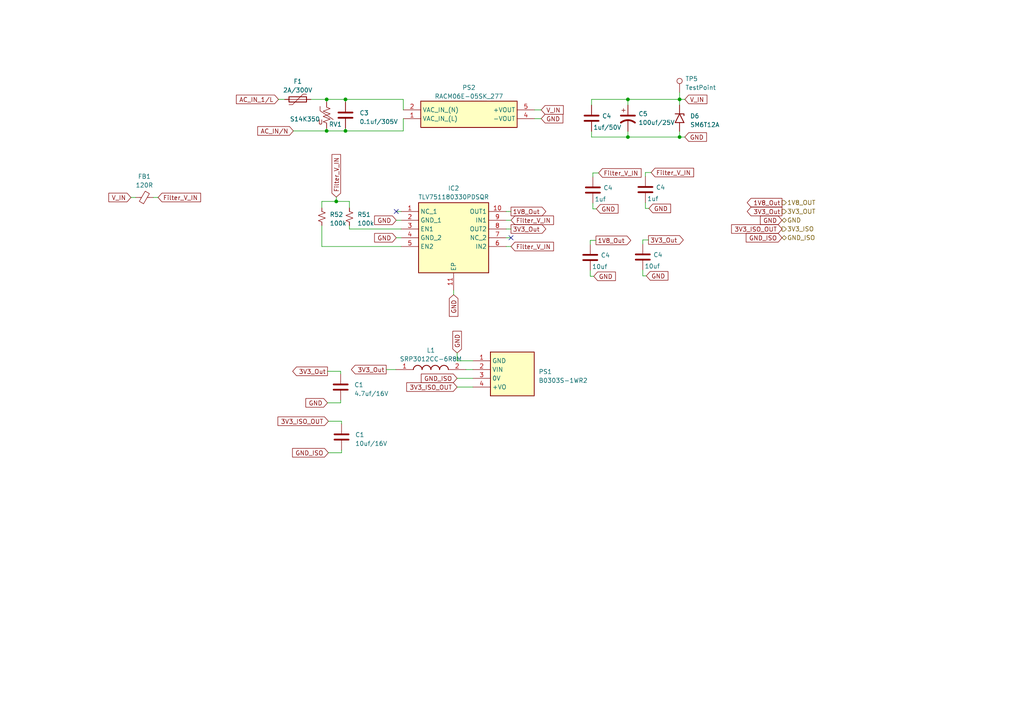
<source format=kicad_sch>
(kicad_sch
	(version 20231120)
	(generator "eeschema")
	(generator_version "8.0")
	(uuid "55b14d50-16f4-40da-a6bb-e8f8fceb5c14")
	(paper "A4")
	(lib_symbols
		(symbol "B0303S-1WR2:B0303S-1WR2"
			(exclude_from_sim no)
			(in_bom yes)
			(on_board yes)
			(property "Reference" "PS"
				(at 19.05 7.62 0)
				(effects
					(font
						(size 1.27 1.27)
					)
					(justify left top)
				)
			)
			(property "Value" "B0303S-1WR2"
				(at 19.05 5.08 0)
				(effects
					(font
						(size 1.27 1.27)
					)
					(justify left top)
				)
			)
			(property "Footprint" "B0303S1WR2"
				(at 19.05 -94.92 0)
				(effects
					(font
						(size 1.27 1.27)
					)
					(justify left top)
					(hide yes)
				)
			)
			(property "Datasheet" "https://datasheet.lcsc.com/szlcsc/1809221824_MORNSUN-Guangzhou-S-T-B0303S-1WR2_C70480.pdf"
				(at 19.05 -194.92 0)
				(effects
					(font
						(size 1.27 1.27)
					)
					(justify left top)
					(hide yes)
				)
			)
			(property "Description" "1W, Fixed Input, Isolated/unregulated Single Output Dc-dc Converter"
				(at 0 0 0)
				(effects
					(font
						(size 1.27 1.27)
					)
					(hide yes)
				)
			)
			(property "Height" "10.16"
				(at 19.05 -394.92 0)
				(effects
					(font
						(size 1.27 1.27)
					)
					(justify left top)
					(hide yes)
				)
			)
			(property "Manufacturer_Name" "Mornsun Power"
				(at 19.05 -494.92 0)
				(effects
					(font
						(size 1.27 1.27)
					)
					(justify left top)
					(hide yes)
				)
			)
			(property "Manufacturer_Part_Number" "B0303S-1WR2"
				(at 19.05 -594.92 0)
				(effects
					(font
						(size 1.27 1.27)
					)
					(justify left top)
					(hide yes)
				)
			)
			(property "Mouser Part Number" ""
				(at 19.05 -694.92 0)
				(effects
					(font
						(size 1.27 1.27)
					)
					(justify left top)
					(hide yes)
				)
			)
			(property "Mouser Price/Stock" ""
				(at 19.05 -794.92 0)
				(effects
					(font
						(size 1.27 1.27)
					)
					(justify left top)
					(hide yes)
				)
			)
			(property "Arrow Part Number" ""
				(at 19.05 -894.92 0)
				(effects
					(font
						(size 1.27 1.27)
					)
					(justify left top)
					(hide yes)
				)
			)
			(property "Arrow Price/Stock" ""
				(at 19.05 -994.92 0)
				(effects
					(font
						(size 1.27 1.27)
					)
					(justify left top)
					(hide yes)
				)
			)
			(symbol "B0303S-1WR2_1_1"
				(rectangle
					(start 5.08 2.54)
					(end 17.78 -10.16)
					(stroke
						(width 0.254)
						(type default)
					)
					(fill
						(type background)
					)
				)
				(pin passive line
					(at 0 0 0)
					(length 5.08)
					(name "GND"
						(effects
							(font
								(size 1.27 1.27)
							)
						)
					)
					(number "1"
						(effects
							(font
								(size 1.27 1.27)
							)
						)
					)
				)
				(pin passive line
					(at 0 -2.54 0)
					(length 5.08)
					(name "VIN"
						(effects
							(font
								(size 1.27 1.27)
							)
						)
					)
					(number "2"
						(effects
							(font
								(size 1.27 1.27)
							)
						)
					)
				)
				(pin passive line
					(at 0 -5.08 0)
					(length 5.08)
					(name "0V"
						(effects
							(font
								(size 1.27 1.27)
							)
						)
					)
					(number "3"
						(effects
							(font
								(size 1.27 1.27)
							)
						)
					)
				)
				(pin passive line
					(at 0 -7.62 0)
					(length 5.08)
					(name "+VO"
						(effects
							(font
								(size 1.27 1.27)
							)
						)
					)
					(number "4"
						(effects
							(font
								(size 1.27 1.27)
							)
						)
					)
				)
			)
		)
		(symbol "Connector:TestPoint"
			(pin_numbers hide)
			(pin_names
				(offset 0.762) hide)
			(exclude_from_sim no)
			(in_bom yes)
			(on_board yes)
			(property "Reference" "TP"
				(at 0 6.858 0)
				(effects
					(font
						(size 1.27 1.27)
					)
				)
			)
			(property "Value" "TestPoint"
				(at 0 5.08 0)
				(effects
					(font
						(size 1.27 1.27)
					)
				)
			)
			(property "Footprint" ""
				(at 5.08 0 0)
				(effects
					(font
						(size 1.27 1.27)
					)
					(hide yes)
				)
			)
			(property "Datasheet" "~"
				(at 5.08 0 0)
				(effects
					(font
						(size 1.27 1.27)
					)
					(hide yes)
				)
			)
			(property "Description" "test point"
				(at 0 0 0)
				(effects
					(font
						(size 1.27 1.27)
					)
					(hide yes)
				)
			)
			(property "ki_keywords" "test point tp"
				(at 0 0 0)
				(effects
					(font
						(size 1.27 1.27)
					)
					(hide yes)
				)
			)
			(property "ki_fp_filters" "Pin* Test*"
				(at 0 0 0)
				(effects
					(font
						(size 1.27 1.27)
					)
					(hide yes)
				)
			)
			(symbol "TestPoint_0_1"
				(circle
					(center 0 3.302)
					(radius 0.762)
					(stroke
						(width 0)
						(type default)
					)
					(fill
						(type none)
					)
				)
			)
			(symbol "TestPoint_1_1"
				(pin passive line
					(at 0 0 90)
					(length 2.54)
					(name "1"
						(effects
							(font
								(size 1.27 1.27)
							)
						)
					)
					(number "1"
						(effects
							(font
								(size 1.27 1.27)
							)
						)
					)
				)
			)
		)
		(symbol "Device:C"
			(pin_numbers hide)
			(pin_names
				(offset 0.254)
			)
			(exclude_from_sim no)
			(in_bom yes)
			(on_board yes)
			(property "Reference" "C"
				(at 0.635 2.54 0)
				(effects
					(font
						(size 1.27 1.27)
					)
					(justify left)
				)
			)
			(property "Value" "C"
				(at 0.635 -2.54 0)
				(effects
					(font
						(size 1.27 1.27)
					)
					(justify left)
				)
			)
			(property "Footprint" ""
				(at 0.9652 -3.81 0)
				(effects
					(font
						(size 1.27 1.27)
					)
					(hide yes)
				)
			)
			(property "Datasheet" "~"
				(at 0 0 0)
				(effects
					(font
						(size 1.27 1.27)
					)
					(hide yes)
				)
			)
			(property "Description" "Unpolarized capacitor"
				(at 0 0 0)
				(effects
					(font
						(size 1.27 1.27)
					)
					(hide yes)
				)
			)
			(property "ki_keywords" "cap capacitor"
				(at 0 0 0)
				(effects
					(font
						(size 1.27 1.27)
					)
					(hide yes)
				)
			)
			(property "ki_fp_filters" "C_*"
				(at 0 0 0)
				(effects
					(font
						(size 1.27 1.27)
					)
					(hide yes)
				)
			)
			(symbol "C_0_1"
				(polyline
					(pts
						(xy -2.032 -0.762) (xy 2.032 -0.762)
					)
					(stroke
						(width 0.508)
						(type default)
					)
					(fill
						(type none)
					)
				)
				(polyline
					(pts
						(xy -2.032 0.762) (xy 2.032 0.762)
					)
					(stroke
						(width 0.508)
						(type default)
					)
					(fill
						(type none)
					)
				)
			)
			(symbol "C_1_1"
				(pin passive line
					(at 0 3.81 270)
					(length 2.794)
					(name "~"
						(effects
							(font
								(size 1.27 1.27)
							)
						)
					)
					(number "1"
						(effects
							(font
								(size 1.27 1.27)
							)
						)
					)
				)
				(pin passive line
					(at 0 -3.81 90)
					(length 2.794)
					(name "~"
						(effects
							(font
								(size 1.27 1.27)
							)
						)
					)
					(number "2"
						(effects
							(font
								(size 1.27 1.27)
							)
						)
					)
				)
			)
		)
		(symbol "Device:C_Polarized_US"
			(pin_numbers hide)
			(pin_names
				(offset 0.254) hide)
			(exclude_from_sim no)
			(in_bom yes)
			(on_board yes)
			(property "Reference" "C"
				(at 0.635 2.54 0)
				(effects
					(font
						(size 1.27 1.27)
					)
					(justify left)
				)
			)
			(property "Value" "C_Polarized_US"
				(at 0.635 -2.54 0)
				(effects
					(font
						(size 1.27 1.27)
					)
					(justify left)
				)
			)
			(property "Footprint" ""
				(at 0 0 0)
				(effects
					(font
						(size 1.27 1.27)
					)
					(hide yes)
				)
			)
			(property "Datasheet" "~"
				(at 0 0 0)
				(effects
					(font
						(size 1.27 1.27)
					)
					(hide yes)
				)
			)
			(property "Description" "Polarized capacitor, US symbol"
				(at 0 0 0)
				(effects
					(font
						(size 1.27 1.27)
					)
					(hide yes)
				)
			)
			(property "ki_keywords" "cap capacitor"
				(at 0 0 0)
				(effects
					(font
						(size 1.27 1.27)
					)
					(hide yes)
				)
			)
			(property "ki_fp_filters" "CP_*"
				(at 0 0 0)
				(effects
					(font
						(size 1.27 1.27)
					)
					(hide yes)
				)
			)
			(symbol "C_Polarized_US_0_1"
				(polyline
					(pts
						(xy -2.032 0.762) (xy 2.032 0.762)
					)
					(stroke
						(width 0.508)
						(type default)
					)
					(fill
						(type none)
					)
				)
				(polyline
					(pts
						(xy -1.778 2.286) (xy -0.762 2.286)
					)
					(stroke
						(width 0)
						(type default)
					)
					(fill
						(type none)
					)
				)
				(polyline
					(pts
						(xy -1.27 1.778) (xy -1.27 2.794)
					)
					(stroke
						(width 0)
						(type default)
					)
					(fill
						(type none)
					)
				)
				(arc
					(start 2.032 -1.27)
					(mid 0 -0.5572)
					(end -2.032 -1.27)
					(stroke
						(width 0.508)
						(type default)
					)
					(fill
						(type none)
					)
				)
			)
			(symbol "C_Polarized_US_1_1"
				(pin passive line
					(at 0 3.81 270)
					(length 2.794)
					(name "~"
						(effects
							(font
								(size 1.27 1.27)
							)
						)
					)
					(number "1"
						(effects
							(font
								(size 1.27 1.27)
							)
						)
					)
				)
				(pin passive line
					(at 0 -3.81 90)
					(length 3.302)
					(name "~"
						(effects
							(font
								(size 1.27 1.27)
							)
						)
					)
					(number "2"
						(effects
							(font
								(size 1.27 1.27)
							)
						)
					)
				)
			)
		)
		(symbol "Device:FerriteBead_Small"
			(pin_numbers hide)
			(pin_names
				(offset 0)
			)
			(exclude_from_sim no)
			(in_bom yes)
			(on_board yes)
			(property "Reference" "FB"
				(at 1.905 1.27 0)
				(effects
					(font
						(size 1.27 1.27)
					)
					(justify left)
				)
			)
			(property "Value" "FerriteBead_Small"
				(at 1.905 -1.27 0)
				(effects
					(font
						(size 1.27 1.27)
					)
					(justify left)
				)
			)
			(property "Footprint" ""
				(at -1.778 0 90)
				(effects
					(font
						(size 1.27 1.27)
					)
					(hide yes)
				)
			)
			(property "Datasheet" "~"
				(at 0 0 0)
				(effects
					(font
						(size 1.27 1.27)
					)
					(hide yes)
				)
			)
			(property "Description" "Ferrite bead, small symbol"
				(at 0 0 0)
				(effects
					(font
						(size 1.27 1.27)
					)
					(hide yes)
				)
			)
			(property "ki_keywords" "L ferrite bead inductor filter"
				(at 0 0 0)
				(effects
					(font
						(size 1.27 1.27)
					)
					(hide yes)
				)
			)
			(property "ki_fp_filters" "Inductor_* L_* *Ferrite*"
				(at 0 0 0)
				(effects
					(font
						(size 1.27 1.27)
					)
					(hide yes)
				)
			)
			(symbol "FerriteBead_Small_0_1"
				(polyline
					(pts
						(xy 0 -1.27) (xy 0 -0.7874)
					)
					(stroke
						(width 0)
						(type default)
					)
					(fill
						(type none)
					)
				)
				(polyline
					(pts
						(xy 0 0.889) (xy 0 1.2954)
					)
					(stroke
						(width 0)
						(type default)
					)
					(fill
						(type none)
					)
				)
				(polyline
					(pts
						(xy -1.8288 0.2794) (xy -1.1176 1.4986) (xy 1.8288 -0.2032) (xy 1.1176 -1.4224) (xy -1.8288 0.2794)
					)
					(stroke
						(width 0)
						(type default)
					)
					(fill
						(type none)
					)
				)
			)
			(symbol "FerriteBead_Small_1_1"
				(pin passive line
					(at 0 2.54 270)
					(length 1.27)
					(name "~"
						(effects
							(font
								(size 1.27 1.27)
							)
						)
					)
					(number "1"
						(effects
							(font
								(size 1.27 1.27)
							)
						)
					)
				)
				(pin passive line
					(at 0 -2.54 90)
					(length 1.27)
					(name "~"
						(effects
							(font
								(size 1.27 1.27)
							)
						)
					)
					(number "2"
						(effects
							(font
								(size 1.27 1.27)
							)
						)
					)
				)
			)
		)
		(symbol "Device:Polyfuse"
			(pin_numbers hide)
			(pin_names
				(offset 0)
			)
			(exclude_from_sim no)
			(in_bom yes)
			(on_board yes)
			(property "Reference" "F"
				(at -2.54 0 90)
				(effects
					(font
						(size 1.27 1.27)
					)
				)
			)
			(property "Value" "Polyfuse"
				(at 2.54 0 90)
				(effects
					(font
						(size 1.27 1.27)
					)
				)
			)
			(property "Footprint" ""
				(at 1.27 -5.08 0)
				(effects
					(font
						(size 1.27 1.27)
					)
					(justify left)
					(hide yes)
				)
			)
			(property "Datasheet" "~"
				(at 0 0 0)
				(effects
					(font
						(size 1.27 1.27)
					)
					(hide yes)
				)
			)
			(property "Description" "Resettable fuse, polymeric positive temperature coefficient"
				(at 0 0 0)
				(effects
					(font
						(size 1.27 1.27)
					)
					(hide yes)
				)
			)
			(property "ki_keywords" "resettable fuse PTC PPTC polyfuse polyswitch"
				(at 0 0 0)
				(effects
					(font
						(size 1.27 1.27)
					)
					(hide yes)
				)
			)
			(property "ki_fp_filters" "*polyfuse* *PTC*"
				(at 0 0 0)
				(effects
					(font
						(size 1.27 1.27)
					)
					(hide yes)
				)
			)
			(symbol "Polyfuse_0_1"
				(rectangle
					(start -0.762 2.54)
					(end 0.762 -2.54)
					(stroke
						(width 0.254)
						(type default)
					)
					(fill
						(type none)
					)
				)
				(polyline
					(pts
						(xy 0 2.54) (xy 0 -2.54)
					)
					(stroke
						(width 0)
						(type default)
					)
					(fill
						(type none)
					)
				)
				(polyline
					(pts
						(xy -1.524 2.54) (xy -1.524 1.524) (xy 1.524 -1.524) (xy 1.524 -2.54)
					)
					(stroke
						(width 0)
						(type default)
					)
					(fill
						(type none)
					)
				)
			)
			(symbol "Polyfuse_1_1"
				(pin passive line
					(at 0 3.81 270)
					(length 1.27)
					(name "~"
						(effects
							(font
								(size 1.27 1.27)
							)
						)
					)
					(number "1"
						(effects
							(font
								(size 1.27 1.27)
							)
						)
					)
				)
				(pin passive line
					(at 0 -3.81 90)
					(length 1.27)
					(name "~"
						(effects
							(font
								(size 1.27 1.27)
							)
						)
					)
					(number "2"
						(effects
							(font
								(size 1.27 1.27)
							)
						)
					)
				)
			)
		)
		(symbol "Device:R_Small_US"
			(pin_numbers hide)
			(pin_names
				(offset 0.254) hide)
			(exclude_from_sim no)
			(in_bom yes)
			(on_board yes)
			(property "Reference" "R"
				(at 0.762 0.508 0)
				(effects
					(font
						(size 1.27 1.27)
					)
					(justify left)
				)
			)
			(property "Value" "R_Small_US"
				(at 0.762 -1.016 0)
				(effects
					(font
						(size 1.27 1.27)
					)
					(justify left)
				)
			)
			(property "Footprint" ""
				(at 0 0 0)
				(effects
					(font
						(size 1.27 1.27)
					)
					(hide yes)
				)
			)
			(property "Datasheet" "~"
				(at 0 0 0)
				(effects
					(font
						(size 1.27 1.27)
					)
					(hide yes)
				)
			)
			(property "Description" "Resistor, small US symbol"
				(at 0 0 0)
				(effects
					(font
						(size 1.27 1.27)
					)
					(hide yes)
				)
			)
			(property "ki_keywords" "r resistor"
				(at 0 0 0)
				(effects
					(font
						(size 1.27 1.27)
					)
					(hide yes)
				)
			)
			(property "ki_fp_filters" "R_*"
				(at 0 0 0)
				(effects
					(font
						(size 1.27 1.27)
					)
					(hide yes)
				)
			)
			(symbol "R_Small_US_1_1"
				(polyline
					(pts
						(xy 0 0) (xy 1.016 -0.381) (xy 0 -0.762) (xy -1.016 -1.143) (xy 0 -1.524)
					)
					(stroke
						(width 0)
						(type default)
					)
					(fill
						(type none)
					)
				)
				(polyline
					(pts
						(xy 0 1.524) (xy 1.016 1.143) (xy 0 0.762) (xy -1.016 0.381) (xy 0 0)
					)
					(stroke
						(width 0)
						(type default)
					)
					(fill
						(type none)
					)
				)
				(pin passive line
					(at 0 2.54 270)
					(length 1.016)
					(name "~"
						(effects
							(font
								(size 1.27 1.27)
							)
						)
					)
					(number "1"
						(effects
							(font
								(size 1.27 1.27)
							)
						)
					)
				)
				(pin passive line
					(at 0 -2.54 90)
					(length 1.016)
					(name "~"
						(effects
							(font
								(size 1.27 1.27)
							)
						)
					)
					(number "2"
						(effects
							(font
								(size 1.27 1.27)
							)
						)
					)
				)
			)
		)
		(symbol "Device:Varistor_US"
			(pin_numbers hide)
			(pin_names
				(offset 0)
			)
			(exclude_from_sim no)
			(in_bom yes)
			(on_board yes)
			(property "Reference" "RV"
				(at 3.175 0 90)
				(effects
					(font
						(size 1.27 1.27)
					)
				)
			)
			(property "Value" "Varistor_US"
				(at -3.175 0 90)
				(effects
					(font
						(size 1.27 1.27)
					)
				)
			)
			(property "Footprint" ""
				(at -1.778 0 90)
				(effects
					(font
						(size 1.27 1.27)
					)
					(hide yes)
				)
			)
			(property "Datasheet" "~"
				(at 0 0 0)
				(effects
					(font
						(size 1.27 1.27)
					)
					(hide yes)
				)
			)
			(property "Description" "Voltage dependent resistor, US symbol"
				(at 0 0 0)
				(effects
					(font
						(size 1.27 1.27)
					)
					(hide yes)
				)
			)
			(property "ki_keywords" "VDR resistance"
				(at 0 0 0)
				(effects
					(font
						(size 1.27 1.27)
					)
					(hide yes)
				)
			)
			(property "ki_fp_filters" "RV_* Varistor*"
				(at 0 0 0)
				(effects
					(font
						(size 1.27 1.27)
					)
					(hide yes)
				)
			)
			(symbol "Varistor_US_0_0"
				(text "U"
					(at -1.778 -2.032 0)
					(effects
						(font
							(size 1.27 1.27)
						)
					)
				)
			)
			(symbol "Varistor_US_0_1"
				(polyline
					(pts
						(xy 0 -2.286) (xy 0 -2.54)
					)
					(stroke
						(width 0)
						(type default)
					)
					(fill
						(type none)
					)
				)
				(polyline
					(pts
						(xy 0 2.286) (xy 0 2.54)
					)
					(stroke
						(width 0)
						(type default)
					)
					(fill
						(type none)
					)
				)
				(polyline
					(pts
						(xy -1.905 2.54) (xy -1.905 1.27) (xy 1.905 -1.27)
					)
					(stroke
						(width 0)
						(type default)
					)
					(fill
						(type none)
					)
				)
				(polyline
					(pts
						(xy 0 -0.762) (xy 1.016 -1.143) (xy 0 -1.524) (xy -1.016 -1.905) (xy 0 -2.286)
					)
					(stroke
						(width 0)
						(type default)
					)
					(fill
						(type none)
					)
				)
				(polyline
					(pts
						(xy 0 0.762) (xy 1.016 0.381) (xy 0 0) (xy -1.016 -0.381) (xy 0 -0.762)
					)
					(stroke
						(width 0)
						(type default)
					)
					(fill
						(type none)
					)
				)
				(polyline
					(pts
						(xy 0 2.286) (xy 1.016 1.905) (xy 0 1.524) (xy -1.016 1.143) (xy 0 0.762)
					)
					(stroke
						(width 0)
						(type default)
					)
					(fill
						(type none)
					)
				)
			)
			(symbol "Varistor_US_1_1"
				(pin passive line
					(at 0 3.81 270)
					(length 1.27)
					(name "~"
						(effects
							(font
								(size 1.27 1.27)
							)
						)
					)
					(number "1"
						(effects
							(font
								(size 1.27 1.27)
							)
						)
					)
				)
				(pin passive line
					(at 0 -3.81 90)
					(length 1.27)
					(name "~"
						(effects
							(font
								(size 1.27 1.27)
							)
						)
					)
					(number "2"
						(effects
							(font
								(size 1.27 1.27)
							)
						)
					)
				)
			)
		)
		(symbol "Diode:SM6T12A"
			(pin_numbers hide)
			(pin_names
				(offset 1.016) hide)
			(exclude_from_sim no)
			(in_bom yes)
			(on_board yes)
			(property "Reference" "D"
				(at 0 2.54 0)
				(effects
					(font
						(size 1.27 1.27)
					)
				)
			)
			(property "Value" "SM6T12A"
				(at 0 -2.54 0)
				(effects
					(font
						(size 1.27 1.27)
					)
				)
			)
			(property "Footprint" "Diode_SMD:D_SMB"
				(at 0 -5.08 0)
				(effects
					(font
						(size 1.27 1.27)
					)
					(hide yes)
				)
			)
			(property "Datasheet" "https://www.st.com/resource/en/datasheet/sm6t.pdf"
				(at -1.27 0 0)
				(effects
					(font
						(size 1.27 1.27)
					)
					(hide yes)
				)
			)
			(property "Description" "600W unidirectional Transil Transient Voltage Suppressor, 12Vrwm, DO-214AA"
				(at 0 0 0)
				(effects
					(font
						(size 1.27 1.27)
					)
					(hide yes)
				)
			)
			(property "ki_keywords" "diode TVS voltage suppressor"
				(at 0 0 0)
				(effects
					(font
						(size 1.27 1.27)
					)
					(hide yes)
				)
			)
			(property "ki_fp_filters" "D*SMB*"
				(at 0 0 0)
				(effects
					(font
						(size 1.27 1.27)
					)
					(hide yes)
				)
			)
			(symbol "SM6T12A_0_1"
				(polyline
					(pts
						(xy -0.762 1.27) (xy -1.27 1.27) (xy -1.27 -1.27)
					)
					(stroke
						(width 0.254)
						(type default)
					)
					(fill
						(type none)
					)
				)
				(polyline
					(pts
						(xy 1.27 1.27) (xy 1.27 -1.27) (xy -1.27 0) (xy 1.27 1.27)
					)
					(stroke
						(width 0.254)
						(type default)
					)
					(fill
						(type none)
					)
				)
			)
			(symbol "SM6T12A_1_1"
				(pin passive line
					(at -3.81 0 0)
					(length 2.54)
					(name "A1"
						(effects
							(font
								(size 1.27 1.27)
							)
						)
					)
					(number "1"
						(effects
							(font
								(size 1.27 1.27)
							)
						)
					)
				)
				(pin passive line
					(at 3.81 0 180)
					(length 2.54)
					(name "A2"
						(effects
							(font
								(size 1.27 1.27)
							)
						)
					)
					(number "2"
						(effects
							(font
								(size 1.27 1.27)
							)
						)
					)
				)
			)
		)
		(symbol "RACM06E-05SK_277:RACM06E-05SK_277"
			(exclude_from_sim no)
			(in_bom yes)
			(on_board yes)
			(property "Reference" "PS"
				(at 34.29 7.62 0)
				(effects
					(font
						(size 1.27 1.27)
					)
					(justify left top)
				)
			)
			(property "Value" "RACM06E-05SK_277"
				(at 34.29 5.08 0)
				(effects
					(font
						(size 1.27 1.27)
					)
					(justify left top)
				)
			)
			(property "Footprint" "RACM06E05SK277"
				(at 34.29 -94.92 0)
				(effects
					(font
						(size 1.27 1.27)
					)
					(justify left top)
					(hide yes)
				)
			)
			(property "Datasheet" "https://recom-power.com/rec-p-RACM06E-05SK!s277.html"
				(at 34.29 -194.92 0)
				(effects
					(font
						(size 1.27 1.27)
					)
					(justify left top)
					(hide yes)
				)
			)
			(property "Description" "6W AC/DC-Converter \\'POWERLINE\\' 1\"x1\" 4kV reg"
				(at 0 0 0)
				(effects
					(font
						(size 1.27 1.27)
					)
					(hide yes)
				)
			)
			(property "Height" "17.2"
				(at 34.29 -394.92 0)
				(effects
					(font
						(size 1.27 1.27)
					)
					(justify left top)
					(hide yes)
				)
			)
			(property "Manufacturer_Name" "RECOM Power"
				(at 34.29 -494.92 0)
				(effects
					(font
						(size 1.27 1.27)
					)
					(justify left top)
					(hide yes)
				)
			)
			(property "Manufacturer_Part_Number" "RACM06E-05SK/277"
				(at 34.29 -594.92 0)
				(effects
					(font
						(size 1.27 1.27)
					)
					(justify left top)
					(hide yes)
				)
			)
			(property "Mouser Part Number" ""
				(at 34.29 -694.92 0)
				(effects
					(font
						(size 1.27 1.27)
					)
					(justify left top)
					(hide yes)
				)
			)
			(property "Mouser Price/Stock" ""
				(at 34.29 -794.92 0)
				(effects
					(font
						(size 1.27 1.27)
					)
					(justify left top)
					(hide yes)
				)
			)
			(property "Arrow Part Number" ""
				(at 34.29 -894.92 0)
				(effects
					(font
						(size 1.27 1.27)
					)
					(justify left top)
					(hide yes)
				)
			)
			(property "Arrow Price/Stock" ""
				(at 34.29 -994.92 0)
				(effects
					(font
						(size 1.27 1.27)
					)
					(justify left top)
					(hide yes)
				)
			)
			(symbol "RACM06E-05SK_277_1_1"
				(rectangle
					(start 5.08 2.54)
					(end 33.02 -5.08)
					(stroke
						(width 0.254)
						(type default)
					)
					(fill
						(type background)
					)
				)
				(pin passive line
					(at 0 -2.54 0)
					(length 5.08)
					(name "VAC_IN_(L)"
						(effects
							(font
								(size 1.27 1.27)
							)
						)
					)
					(number "1"
						(effects
							(font
								(size 1.27 1.27)
							)
						)
					)
				)
				(pin passive line
					(at 0 0 0)
					(length 5.08)
					(name "VAC_IN_(N)"
						(effects
							(font
								(size 1.27 1.27)
							)
						)
					)
					(number "2"
						(effects
							(font
								(size 1.27 1.27)
							)
						)
					)
				)
				(pin passive line
					(at 38.1 -2.54 180)
					(length 5.08)
					(name "-VOUT"
						(effects
							(font
								(size 1.27 1.27)
							)
						)
					)
					(number "4"
						(effects
							(font
								(size 1.27 1.27)
							)
						)
					)
				)
				(pin passive line
					(at 38.1 0 180)
					(length 5.08)
					(name "+VOUT"
						(effects
							(font
								(size 1.27 1.27)
							)
						)
					)
					(number "5"
						(effects
							(font
								(size 1.27 1.27)
							)
						)
					)
				)
			)
		)
		(symbol "SRP3012CC-6R8M:SRP3012CC-6R8M"
			(pin_names hide)
			(exclude_from_sim no)
			(in_bom yes)
			(on_board yes)
			(property "Reference" "L"
				(at 16.51 6.35 0)
				(effects
					(font
						(size 1.27 1.27)
					)
					(justify left top)
				)
			)
			(property "Value" "SRP3012CC-6R8M"
				(at 16.51 3.81 0)
				(effects
					(font
						(size 1.27 1.27)
					)
					(justify left top)
				)
			)
			(property "Footprint" "INDPM3532X120N"
				(at 16.51 -96.19 0)
				(effects
					(font
						(size 1.27 1.27)
					)
					(justify left top)
					(hide yes)
				)
			)
			(property "Datasheet" "https://www.bourns.com/docs/Product-Datasheets/SRP3012CC.pdf"
				(at 16.51 -196.19 0)
				(effects
					(font
						(size 1.27 1.27)
					)
					(justify left top)
					(hide yes)
				)
			)
			(property "Description" "Ind,3.5x3.2x1.0mm,6.8uH+/-20%,1.4A,shd"
				(at 0 0 0)
				(effects
					(font
						(size 1.27 1.27)
					)
					(hide yes)
				)
			)
			(property "Height" "1.2"
				(at 16.51 -396.19 0)
				(effects
					(font
						(size 1.27 1.27)
					)
					(justify left top)
					(hide yes)
				)
			)
			(property "Manufacturer_Name" "Bourns"
				(at 16.51 -496.19 0)
				(effects
					(font
						(size 1.27 1.27)
					)
					(justify left top)
					(hide yes)
				)
			)
			(property "Manufacturer_Part_Number" "SRP3012CC-6R8M"
				(at 16.51 -596.19 0)
				(effects
					(font
						(size 1.27 1.27)
					)
					(justify left top)
					(hide yes)
				)
			)
			(property "Mouser Part Number" ""
				(at 16.51 -696.19 0)
				(effects
					(font
						(size 1.27 1.27)
					)
					(justify left top)
					(hide yes)
				)
			)
			(property "Mouser Price/Stock" ""
				(at 16.51 -796.19 0)
				(effects
					(font
						(size 1.27 1.27)
					)
					(justify left top)
					(hide yes)
				)
			)
			(property "Arrow Part Number" ""
				(at 16.51 -896.19 0)
				(effects
					(font
						(size 1.27 1.27)
					)
					(justify left top)
					(hide yes)
				)
			)
			(property "Arrow Price/Stock" ""
				(at 16.51 -996.19 0)
				(effects
					(font
						(size 1.27 1.27)
					)
					(justify left top)
					(hide yes)
				)
			)
			(symbol "SRP3012CC-6R8M_1_1"
				(arc
					(start 7.62 0)
					(mid 6.35 1.219)
					(end 5.08 0)
					(stroke
						(width 0.254)
						(type default)
					)
					(fill
						(type none)
					)
				)
				(arc
					(start 10.16 0)
					(mid 8.89 1.219)
					(end 7.62 0)
					(stroke
						(width 0.254)
						(type default)
					)
					(fill
						(type none)
					)
				)
				(arc
					(start 12.7 0)
					(mid 11.43 1.219)
					(end 10.16 0)
					(stroke
						(width 0.254)
						(type default)
					)
					(fill
						(type none)
					)
				)
				(arc
					(start 15.24 0)
					(mid 13.97 1.219)
					(end 12.7 0)
					(stroke
						(width 0.254)
						(type default)
					)
					(fill
						(type none)
					)
				)
				(pin passive line
					(at 0 0 0)
					(length 5.08)
					(name "1"
						(effects
							(font
								(size 1.27 1.27)
							)
						)
					)
					(number "1"
						(effects
							(font
								(size 1.27 1.27)
							)
						)
					)
				)
				(pin passive line
					(at 20.32 0 180)
					(length 5.08)
					(name "2"
						(effects
							(font
								(size 1.27 1.27)
							)
						)
					)
					(number "2"
						(effects
							(font
								(size 1.27 1.27)
							)
						)
					)
				)
			)
		)
		(symbol "TLV751180330PDSQR:TLV751180330PDSQR"
			(exclude_from_sim no)
			(in_bom yes)
			(on_board yes)
			(property "Reference" "IC"
				(at 26.67 7.62 0)
				(effects
					(font
						(size 1.27 1.27)
					)
					(justify left top)
				)
			)
			(property "Value" "TLV751180330PDSQR"
				(at 26.67 5.08 0)
				(effects
					(font
						(size 1.27 1.27)
					)
					(justify left top)
				)
			)
			(property "Footprint" "SON40P200X200X80-11N"
				(at 26.67 -94.92 0)
				(effects
					(font
						(size 1.27 1.27)
					)
					(justify left top)
					(hide yes)
				)
			)
			(property "Datasheet" "https://www.arrow.com/en/products/tlv751180330pdsqr/texas-instruments"
				(at 26.67 -194.92 0)
				(effects
					(font
						(size 1.27 1.27)
					)
					(justify left top)
					(hide yes)
				)
			)
			(property "Description" "LDO Voltage Regulators 500-mA, low-IQ, high-PSRR, adjustable, dual-channel low-dropout (LDO) voltage regulator"
				(at 0 0 0)
				(effects
					(font
						(size 1.27 1.27)
					)
					(hide yes)
				)
			)
			(property "Height" "0.8"
				(at 26.67 -394.92 0)
				(effects
					(font
						(size 1.27 1.27)
					)
					(justify left top)
					(hide yes)
				)
			)
			(property "Manufacturer_Name" "Texas Instruments"
				(at 26.67 -494.92 0)
				(effects
					(font
						(size 1.27 1.27)
					)
					(justify left top)
					(hide yes)
				)
			)
			(property "Manufacturer_Part_Number" "TLV751180330PDSQR"
				(at 26.67 -594.92 0)
				(effects
					(font
						(size 1.27 1.27)
					)
					(justify left top)
					(hide yes)
				)
			)
			(property "Mouser Part Number" "595-LV751180330PDSQR"
				(at 26.67 -694.92 0)
				(effects
					(font
						(size 1.27 1.27)
					)
					(justify left top)
					(hide yes)
				)
			)
			(property "Mouser Price/Stock" "https://www.mouser.co.uk/ProductDetail/Texas-Instruments/TLV751180330PDSQR?qs=TiOZkKH1s2TTHzmF98psZw%3D%3D"
				(at 26.67 -794.92 0)
				(effects
					(font
						(size 1.27 1.27)
					)
					(justify left top)
					(hide yes)
				)
			)
			(property "Arrow Part Number" "TLV751180330PDSQR"
				(at 26.67 -894.92 0)
				(effects
					(font
						(size 1.27 1.27)
					)
					(justify left top)
					(hide yes)
				)
			)
			(property "Arrow Price/Stock" "https://www.arrow.com/en/products/tlv751180330pdsqr/texas-instruments"
				(at 26.67 -994.92 0)
				(effects
					(font
						(size 1.27 1.27)
					)
					(justify left top)
					(hide yes)
				)
			)
			(symbol "TLV751180330PDSQR_1_1"
				(rectangle
					(start 5.08 2.54)
					(end 25.4 -17.78)
					(stroke
						(width 0.254)
						(type default)
					)
					(fill
						(type background)
					)
				)
				(pin passive line
					(at 0 0 0)
					(length 5.08)
					(name "NC_1"
						(effects
							(font
								(size 1.27 1.27)
							)
						)
					)
					(number "1"
						(effects
							(font
								(size 1.27 1.27)
							)
						)
					)
				)
				(pin passive line
					(at 30.48 0 180)
					(length 5.08)
					(name "OUT1"
						(effects
							(font
								(size 1.27 1.27)
							)
						)
					)
					(number "10"
						(effects
							(font
								(size 1.27 1.27)
							)
						)
					)
				)
				(pin passive line
					(at 15.24 -22.86 90)
					(length 5.08)
					(name "EP"
						(effects
							(font
								(size 1.27 1.27)
							)
						)
					)
					(number "11"
						(effects
							(font
								(size 1.27 1.27)
							)
						)
					)
				)
				(pin passive line
					(at 0 -2.54 0)
					(length 5.08)
					(name "GND_1"
						(effects
							(font
								(size 1.27 1.27)
							)
						)
					)
					(number "2"
						(effects
							(font
								(size 1.27 1.27)
							)
						)
					)
				)
				(pin passive line
					(at 0 -5.08 0)
					(length 5.08)
					(name "EN1"
						(effects
							(font
								(size 1.27 1.27)
							)
						)
					)
					(number "3"
						(effects
							(font
								(size 1.27 1.27)
							)
						)
					)
				)
				(pin passive line
					(at 0 -7.62 0)
					(length 5.08)
					(name "GND_2"
						(effects
							(font
								(size 1.27 1.27)
							)
						)
					)
					(number "4"
						(effects
							(font
								(size 1.27 1.27)
							)
						)
					)
				)
				(pin passive line
					(at 0 -10.16 0)
					(length 5.08)
					(name "EN2"
						(effects
							(font
								(size 1.27 1.27)
							)
						)
					)
					(number "5"
						(effects
							(font
								(size 1.27 1.27)
							)
						)
					)
				)
				(pin passive line
					(at 30.48 -10.16 180)
					(length 5.08)
					(name "IN2"
						(effects
							(font
								(size 1.27 1.27)
							)
						)
					)
					(number "6"
						(effects
							(font
								(size 1.27 1.27)
							)
						)
					)
				)
				(pin passive line
					(at 30.48 -7.62 180)
					(length 5.08)
					(name "NC_2"
						(effects
							(font
								(size 1.27 1.27)
							)
						)
					)
					(number "7"
						(effects
							(font
								(size 1.27 1.27)
							)
						)
					)
				)
				(pin passive line
					(at 30.48 -5.08 180)
					(length 5.08)
					(name "OUT2"
						(effects
							(font
								(size 1.27 1.27)
							)
						)
					)
					(number "8"
						(effects
							(font
								(size 1.27 1.27)
							)
						)
					)
				)
				(pin passive line
					(at 30.48 -2.54 180)
					(length 5.08)
					(name "IN1"
						(effects
							(font
								(size 1.27 1.27)
							)
						)
					)
					(number "9"
						(effects
							(font
								(size 1.27 1.27)
							)
						)
					)
				)
			)
		)
	)
	(junction
		(at 100.203 28.829)
		(diameter 0)
		(color 0 0 0 0)
		(uuid "009830ab-0e7f-4d55-a9fc-aab5448b6532")
	)
	(junction
		(at 182.118 28.829)
		(diameter 0)
		(color 0 0 0 0)
		(uuid "289ef5e8-fce8-424a-ac53-c3e9165bbb0e")
	)
	(junction
		(at 100.203 37.973)
		(diameter 0)
		(color 0 0 0 0)
		(uuid "344c87d7-8b9d-4a81-b31d-d673f0d3d77c")
	)
	(junction
		(at 197.104 28.829)
		(diameter 0)
		(color 0 0 0 0)
		(uuid "6ed00cb4-9f3e-40b7-b89d-67580a86f35c")
	)
	(junction
		(at 94.742 28.829)
		(diameter 0)
		(color 0 0 0 0)
		(uuid "9ab61284-65dc-4378-9092-eb3351e045d5")
	)
	(junction
		(at 197.104 39.751)
		(diameter 0)
		(color 0 0 0 0)
		(uuid "c13272f4-d0b8-4b95-a68c-1577f23bf83a")
	)
	(junction
		(at 97.536 58.42)
		(diameter 0)
		(color 0 0 0 0)
		(uuid "cb1726db-6f82-472a-a152-45dbcb02670c")
	)
	(junction
		(at 94.742 37.973)
		(diameter 0)
		(color 0 0 0 0)
		(uuid "e0b09033-5128-433a-a01a-9d3e0349bfae")
	)
	(junction
		(at 182.118 39.751)
		(diameter 0)
		(color 0 0 0 0)
		(uuid "e828ed22-cab0-4576-b142-f099195780a9")
	)
	(no_connect
		(at 148.209 68.961)
		(uuid "1d63ecc7-4b4a-49da-be71-d8eb716ad65f")
	)
	(no_connect
		(at 114.935 61.341)
		(uuid "213eb97c-dca8-47dd-85fd-4e7718165b30")
	)
	(wire
		(pts
			(xy 188.849 50.038) (xy 187.198 50.038)
		)
		(stroke
			(width 0)
			(type default)
		)
		(uuid "00595305-7df1-42e4-86f8-c3b38dc9dcf1")
	)
	(wire
		(pts
			(xy 100.203 28.829) (xy 100.203 29.591)
		)
		(stroke
			(width 0)
			(type default)
		)
		(uuid "0252d7d3-7137-4a5d-9375-b107717397ec")
	)
	(wire
		(pts
			(xy 171.577 38.1) (xy 171.577 39.751)
		)
		(stroke
			(width 0)
			(type default)
		)
		(uuid "08eae025-e6b4-4fe1-9c41-dc23ab0bcce4")
	)
	(wire
		(pts
			(xy 80.772 28.829) (xy 82.55 28.829)
		)
		(stroke
			(width 0)
			(type default)
		)
		(uuid "09e7c37e-e08f-490d-8c26-4b1ec7519e08")
	)
	(wire
		(pts
			(xy 171.196 69.723) (xy 171.196 70.866)
		)
		(stroke
			(width 0)
			(type default)
		)
		(uuid "0a75a194-1cc5-453c-b6a5-e75b3682212d")
	)
	(wire
		(pts
			(xy 171.958 60.579) (xy 171.958 58.928)
		)
		(stroke
			(width 0)
			(type default)
		)
		(uuid "0ac9a2c7-ee0c-4384-9b34-8d3406174151")
	)
	(wire
		(pts
			(xy 99.06 130.556) (xy 99.06 131.318)
		)
		(stroke
			(width 0)
			(type default)
		)
		(uuid "106111fd-91af-4ef1-a4ac-893720038a94")
	)
	(wire
		(pts
			(xy 100.203 37.973) (xy 116.967 37.973)
		)
		(stroke
			(width 0)
			(type default)
		)
		(uuid "1189a5d2-8666-4e05-9990-813f3e723f6f")
	)
	(wire
		(pts
			(xy 135.128 107.188) (xy 137.16 107.188)
		)
		(stroke
			(width 0)
			(type default)
		)
		(uuid "1494ed31-0da5-477f-a7ac-9298fbaf73fa")
	)
	(wire
		(pts
			(xy 101.346 58.42) (xy 101.346 60.325)
		)
		(stroke
			(width 0)
			(type default)
		)
		(uuid "14d6aeca-4ccb-4ad3-9719-e288cb3be4fb")
	)
	(wire
		(pts
			(xy 97.536 57.15) (xy 97.536 58.42)
		)
		(stroke
			(width 0)
			(type default)
		)
		(uuid "15792312-95d7-4ab5-ae7e-f1acb60b5feb")
	)
	(wire
		(pts
			(xy 146.812 63.881) (xy 148.209 63.881)
		)
		(stroke
			(width 0)
			(type default)
		)
		(uuid "15f55311-f5d9-425c-9c6a-9dc32f2744f9")
	)
	(wire
		(pts
			(xy 188.087 69.596) (xy 186.436 69.596)
		)
		(stroke
			(width 0)
			(type default)
		)
		(uuid "16710113-956c-434a-9ddb-c5a298809563")
	)
	(wire
		(pts
			(xy 172.847 69.723) (xy 171.196 69.723)
		)
		(stroke
			(width 0)
			(type default)
		)
		(uuid "18483d73-ab23-4307-b9c8-41c604065560")
	)
	(wire
		(pts
			(xy 187.452 80.01) (xy 186.436 80.01)
		)
		(stroke
			(width 0)
			(type default)
		)
		(uuid "1aeb2035-e669-47e1-9156-5c247f10cd87")
	)
	(wire
		(pts
			(xy 132.588 104.648) (xy 132.588 102.362)
		)
		(stroke
			(width 0)
			(type default)
		)
		(uuid "1c39d576-854e-43ef-b968-67e5d6b05bfb")
	)
	(wire
		(pts
			(xy 114.935 63.881) (xy 116.332 63.881)
		)
		(stroke
			(width 0)
			(type default)
		)
		(uuid "234887ae-3eec-4437-87e5-d03db5041dd0")
	)
	(wire
		(pts
			(xy 171.577 28.829) (xy 171.577 30.48)
		)
		(stroke
			(width 0)
			(type default)
		)
		(uuid "25ffdcdb-f426-4e2e-b438-0ce697b9dfe8")
	)
	(wire
		(pts
			(xy 171.196 80.137) (xy 171.196 78.486)
		)
		(stroke
			(width 0)
			(type default)
		)
		(uuid "269668e8-e93a-4f58-bd5c-1ab29d0b1e42")
	)
	(wire
		(pts
			(xy 146.812 71.501) (xy 148.209 71.501)
		)
		(stroke
			(width 0)
			(type default)
		)
		(uuid "2a85fe76-ac2a-434d-b2e5-1ed1990fae42")
	)
	(wire
		(pts
			(xy 98.806 116.078) (xy 98.806 116.84)
		)
		(stroke
			(width 0)
			(type default)
		)
		(uuid "31341d2b-d67a-4eb6-ae61-0452087e76bf")
	)
	(wire
		(pts
			(xy 182.118 39.751) (xy 197.104 39.751)
		)
		(stroke
			(width 0)
			(type default)
		)
		(uuid "3523328a-be6a-4123-8a01-0dcd565c684b")
	)
	(wire
		(pts
			(xy 137.16 109.728) (xy 132.588 109.728)
		)
		(stroke
			(width 0)
			(type default)
		)
		(uuid "39d4b059-0edd-497e-9a0d-473ca138ec96")
	)
	(wire
		(pts
			(xy 197.104 26.797) (xy 197.104 28.829)
		)
		(stroke
			(width 0)
			(type default)
		)
		(uuid "3baa42ce-f579-4174-9c43-e16056baabe8")
	)
	(wire
		(pts
			(xy 171.958 50.165) (xy 171.958 51.308)
		)
		(stroke
			(width 0)
			(type default)
		)
		(uuid "3f5cb8b8-085c-4903-b69c-84b61df02d8f")
	)
	(wire
		(pts
			(xy 95.25 131.318) (xy 99.06 131.318)
		)
		(stroke
			(width 0)
			(type default)
		)
		(uuid "40eef593-4bd7-4fe2-947f-7ba467d5c6e2")
	)
	(wire
		(pts
			(xy 94.742 37.211) (xy 94.742 37.973)
		)
		(stroke
			(width 0)
			(type default)
		)
		(uuid "456cb66f-8399-4ca7-b28f-b6822dc45f6c")
	)
	(wire
		(pts
			(xy 197.104 39.751) (xy 198.628 39.751)
		)
		(stroke
			(width 0)
			(type default)
		)
		(uuid "45d08aa0-89b0-4b3f-a9f6-722c70abd22e")
	)
	(wire
		(pts
			(xy 94.742 28.829) (xy 100.203 28.829)
		)
		(stroke
			(width 0)
			(type default)
		)
		(uuid "4befdbba-6717-403a-a7df-3d780dc3f3f2")
	)
	(wire
		(pts
			(xy 171.577 28.829) (xy 182.118 28.829)
		)
		(stroke
			(width 0)
			(type default)
		)
		(uuid "4e19e66c-ea9c-4d1b-a4cb-1d29d409a758")
	)
	(wire
		(pts
			(xy 98.806 107.696) (xy 98.806 108.458)
		)
		(stroke
			(width 0)
			(type default)
		)
		(uuid "4edf96ce-43c5-4cdc-ac2a-38aa34386bbc")
	)
	(wire
		(pts
			(xy 101.346 66.421) (xy 116.332 66.421)
		)
		(stroke
			(width 0)
			(type default)
		)
		(uuid "5a0f1f3c-bab8-48e4-be81-3fc9fad15160")
	)
	(wire
		(pts
			(xy 155.067 31.877) (xy 156.972 31.877)
		)
		(stroke
			(width 0)
			(type default)
		)
		(uuid "634d19eb-bc2d-4c59-a319-a79a7e2c18d6")
	)
	(wire
		(pts
			(xy 116.967 28.829) (xy 116.967 31.877)
		)
		(stroke
			(width 0)
			(type default)
		)
		(uuid "64f5b61a-8538-401f-9dc1-364fe4a7f16b")
	)
	(wire
		(pts
			(xy 94.742 37.973) (xy 100.203 37.973)
		)
		(stroke
			(width 0)
			(type default)
		)
		(uuid "69228361-eed1-4294-b338-c68321ad808b")
	)
	(wire
		(pts
			(xy 37.973 57.277) (xy 39.37 57.277)
		)
		(stroke
			(width 0)
			(type default)
		)
		(uuid "6a2ebf54-f8a6-4f1c-9d75-8a48830bd95e")
	)
	(wire
		(pts
			(xy 173.609 50.165) (xy 171.958 50.165)
		)
		(stroke
			(width 0)
			(type default)
		)
		(uuid "708c117c-5ed7-4103-80c8-2e13e7d1d5a9")
	)
	(wire
		(pts
			(xy 182.118 28.829) (xy 182.118 30.48)
		)
		(stroke
			(width 0)
			(type default)
		)
		(uuid "71ba43ce-2b37-4356-82fe-c46ba131a018")
	)
	(wire
		(pts
			(xy 187.198 60.452) (xy 187.198 58.801)
		)
		(stroke
			(width 0)
			(type default)
		)
		(uuid "776fa8b0-65a8-4e54-a122-50daa732e6a0")
	)
	(wire
		(pts
			(xy 85.09 37.973) (xy 94.742 37.973)
		)
		(stroke
			(width 0)
			(type default)
		)
		(uuid "77769b29-a6f4-43de-81b0-08b0ced6dee7")
	)
	(wire
		(pts
			(xy 100.203 37.211) (xy 100.203 37.973)
		)
		(stroke
			(width 0)
			(type default)
		)
		(uuid "7e9bab50-5137-446f-91cd-63322c84a544")
	)
	(wire
		(pts
			(xy 97.536 58.42) (xy 101.346 58.42)
		)
		(stroke
			(width 0)
			(type default)
		)
		(uuid "7f3dfec6-09c0-482f-9ad4-2d2a5627ef7e")
	)
	(wire
		(pts
			(xy 93.345 60.325) (xy 93.345 58.42)
		)
		(stroke
			(width 0)
			(type default)
		)
		(uuid "7fd6c5fa-0c93-4d51-949b-899b7b0e8334")
	)
	(wire
		(pts
			(xy 132.588 112.268) (xy 137.16 112.268)
		)
		(stroke
			(width 0)
			(type default)
		)
		(uuid "80410d3a-5dcf-404c-8aad-4f60bf6226f2")
	)
	(wire
		(pts
			(xy 182.118 28.829) (xy 197.104 28.829)
		)
		(stroke
			(width 0)
			(type default)
		)
		(uuid "8cc0d46b-45fb-4fc3-85c6-150c405fc40c")
	)
	(wire
		(pts
			(xy 101.346 65.405) (xy 101.346 66.421)
		)
		(stroke
			(width 0)
			(type default)
		)
		(uuid "8db6f468-6f49-472b-aa71-d500b3d6d968")
	)
	(wire
		(pts
			(xy 187.198 50.038) (xy 187.198 51.181)
		)
		(stroke
			(width 0)
			(type default)
		)
		(uuid "908cb4c0-0e97-46c7-978f-ffbee8e7f2a3")
	)
	(wire
		(pts
			(xy 100.203 28.829) (xy 116.967 28.829)
		)
		(stroke
			(width 0)
			(type default)
		)
		(uuid "983c10f4-0d32-4801-a511-f1f786355217")
	)
	(wire
		(pts
			(xy 172.212 80.137) (xy 171.196 80.137)
		)
		(stroke
			(width 0)
			(type default)
		)
		(uuid "9ac97c06-6f19-46e1-97da-e27946ac3bc8")
	)
	(wire
		(pts
			(xy 186.436 80.01) (xy 186.436 78.359)
		)
		(stroke
			(width 0)
			(type default)
		)
		(uuid "9c40c4c0-b858-46d1-82e9-62f2877006e3")
	)
	(wire
		(pts
			(xy 186.436 69.596) (xy 186.436 70.739)
		)
		(stroke
			(width 0)
			(type default)
		)
		(uuid "9f3c66ea-923a-4eda-b747-42e43692d766")
	)
	(wire
		(pts
			(xy 155.067 34.417) (xy 156.972 34.417)
		)
		(stroke
			(width 0)
			(type default)
		)
		(uuid "9fddb680-e19b-4e38-8bd5-f38f0a5fa8cc")
	)
	(wire
		(pts
			(xy 93.345 71.501) (xy 116.332 71.501)
		)
		(stroke
			(width 0)
			(type default)
		)
		(uuid "aa5665de-a7d9-4104-b82f-fa14165d3df7")
	)
	(wire
		(pts
			(xy 44.45 57.277) (xy 45.847 57.277)
		)
		(stroke
			(width 0)
			(type default)
		)
		(uuid "addd8a93-880e-48d9-9f07-91942d263dae")
	)
	(wire
		(pts
			(xy 146.812 66.421) (xy 148.209 66.421)
		)
		(stroke
			(width 0)
			(type default)
		)
		(uuid "b38f104f-ba39-4934-bb97-db0d7d68320c")
	)
	(wire
		(pts
			(xy 93.345 65.405) (xy 93.345 71.501)
		)
		(stroke
			(width 0)
			(type default)
		)
		(uuid "b967ea13-7d91-4309-a857-be436bfe0998")
	)
	(wire
		(pts
			(xy 172.974 60.579) (xy 171.958 60.579)
		)
		(stroke
			(width 0)
			(type default)
		)
		(uuid "baf8fd4c-7e7b-4043-bb6c-9ed518626154")
	)
	(wire
		(pts
			(xy 94.996 107.696) (xy 98.806 107.696)
		)
		(stroke
			(width 0)
			(type default)
		)
		(uuid "bbe6eac0-51ee-4a97-9c06-a4407f51c227")
	)
	(wire
		(pts
			(xy 116.967 34.417) (xy 116.967 37.973)
		)
		(stroke
			(width 0)
			(type default)
		)
		(uuid "bc95f6dc-063c-44e9-b5d6-8c08ca04dcbe")
	)
	(wire
		(pts
			(xy 146.812 68.961) (xy 148.209 68.961)
		)
		(stroke
			(width 0)
			(type default)
		)
		(uuid "be835a9f-cb9a-4b7c-af57-46e148081384")
	)
	(wire
		(pts
			(xy 131.572 84.201) (xy 131.572 85.471)
		)
		(stroke
			(width 0)
			(type default)
		)
		(uuid "bfb39752-d8d1-4fa4-bf6a-a2e4aa43a317")
	)
	(wire
		(pts
			(xy 171.577 39.751) (xy 182.118 39.751)
		)
		(stroke
			(width 0)
			(type default)
		)
		(uuid "c2e14edc-d50f-4181-80b9-251a2440a7f9")
	)
	(wire
		(pts
			(xy 137.16 104.648) (xy 132.588 104.648)
		)
		(stroke
			(width 0)
			(type default)
		)
		(uuid "c707e154-d1ee-487c-b2b5-d6ea1851dc12")
	)
	(wire
		(pts
			(xy 146.812 61.341) (xy 148.209 61.341)
		)
		(stroke
			(width 0)
			(type default)
		)
		(uuid "d283a9b0-a6a4-49af-8615-3cd9924485ca")
	)
	(wire
		(pts
			(xy 94.996 116.84) (xy 98.806 116.84)
		)
		(stroke
			(width 0)
			(type default)
		)
		(uuid "d42fdaae-b0a8-42a1-9f5d-2be14c69a8ef")
	)
	(wire
		(pts
			(xy 94.742 28.829) (xy 94.742 29.591)
		)
		(stroke
			(width 0)
			(type default)
		)
		(uuid "d5626676-6764-40a9-896a-1e180dada399")
	)
	(wire
		(pts
			(xy 99.06 122.174) (xy 99.06 122.936)
		)
		(stroke
			(width 0)
			(type default)
		)
		(uuid "d946427c-f76c-41a9-a51e-f6ccf2f2d70f")
	)
	(wire
		(pts
			(xy 197.104 28.829) (xy 197.104 30.48)
		)
		(stroke
			(width 0)
			(type default)
		)
		(uuid "e1a3e7db-f879-488c-bd0f-e69e91da0339")
	)
	(wire
		(pts
			(xy 188.214 60.452) (xy 187.198 60.452)
		)
		(stroke
			(width 0)
			(type default)
		)
		(uuid "e62c82c5-a318-473d-8f3a-8362eef81f5f")
	)
	(wire
		(pts
			(xy 114.935 68.961) (xy 116.332 68.961)
		)
		(stroke
			(width 0)
			(type default)
		)
		(uuid "e9dcbdfb-ac47-4db4-b566-00c16c436f48")
	)
	(wire
		(pts
			(xy 112.014 107.188) (xy 114.808 107.188)
		)
		(stroke
			(width 0)
			(type default)
		)
		(uuid "ec77f7a5-6452-4dfa-984b-628fa9dc6911")
	)
	(wire
		(pts
			(xy 197.104 28.829) (xy 198.628 28.829)
		)
		(stroke
			(width 0)
			(type default)
		)
		(uuid "ed632257-2a0b-431c-8012-8e9c64ea312e")
	)
	(wire
		(pts
			(xy 90.17 28.829) (xy 94.742 28.829)
		)
		(stroke
			(width 0)
			(type default)
		)
		(uuid "ed85d98f-8a5d-4bb6-ba4d-b294141c6fa0")
	)
	(wire
		(pts
			(xy 95.25 122.174) (xy 99.06 122.174)
		)
		(stroke
			(width 0)
			(type default)
		)
		(uuid "ee78644d-7bab-42d8-a2f3-04e63e559ef0")
	)
	(wire
		(pts
			(xy 114.935 61.341) (xy 116.332 61.341)
		)
		(stroke
			(width 0)
			(type default)
		)
		(uuid "f18c1a03-afcd-4154-867e-f8f8ec4a9278")
	)
	(wire
		(pts
			(xy 197.104 39.751) (xy 197.104 38.1)
		)
		(stroke
			(width 0)
			(type default)
		)
		(uuid "f32c79dc-9cb4-4f2c-99dd-639fe1b90bf1")
	)
	(wire
		(pts
			(xy 93.345 58.42) (xy 97.536 58.42)
		)
		(stroke
			(width 0)
			(type default)
		)
		(uuid "f7264be1-67b1-4e8b-bd96-611a501baf9b")
	)
	(wire
		(pts
			(xy 182.118 38.1) (xy 182.118 39.751)
		)
		(stroke
			(width 0)
			(type default)
		)
		(uuid "f94c546c-3615-4bb1-91ce-1be1e96e2628")
	)
	(global_label "GND"
		(shape input)
		(at 187.452 80.01 0)
		(fields_autoplaced yes)
		(effects
			(font
				(size 1.27 1.27)
			)
			(justify left)
		)
		(uuid "0674817f-5ecd-4512-a0ae-aa8bdc0d29e5")
		(property "Intersheetrefs" "${INTERSHEET_REFS}"
			(at 194.2283 80.01 0)
			(effects
				(font
					(size 1.27 1.27)
				)
				(justify left)
				(hide yes)
			)
		)
	)
	(global_label "GND"
		(shape input)
		(at 131.572 85.471 270)
		(fields_autoplaced yes)
		(effects
			(font
				(size 1.27 1.27)
			)
			(justify right)
		)
		(uuid "0ced5e89-af6f-4322-b433-d7274f2c4a37")
		(property "Intersheetrefs" "${INTERSHEET_REFS}"
			(at 131.572 92.2473 90)
			(effects
				(font
					(size 1.27 1.27)
				)
				(justify right)
				(hide yes)
			)
		)
	)
	(global_label "3V3_ISO_OUT"
		(shape input)
		(at 132.588 112.268 180)
		(fields_autoplaced yes)
		(effects
			(font
				(size 1.27 1.27)
			)
			(justify right)
		)
		(uuid "14f06343-7291-4060-bd3b-29d61b29b6cc")
		(property "Intersheetrefs" "${INTERSHEET_REFS}"
			(at 117.466 112.268 0)
			(effects
				(font
					(size 1.27 1.27)
				)
				(justify right)
				(hide yes)
			)
		)
	)
	(global_label "GND"
		(shape input)
		(at 156.972 34.417 0)
		(fields_autoplaced yes)
		(effects
			(font
				(size 1.27 1.27)
			)
			(justify left)
		)
		(uuid "18595573-7736-45f5-98b9-61c6b4f77281")
		(property "Intersheetrefs" "${INTERSHEET_REFS}"
			(at 163.7483 34.417 0)
			(effects
				(font
					(size 1.27 1.27)
				)
				(justify left)
				(hide yes)
			)
		)
	)
	(global_label "GND_ISO"
		(shape input)
		(at 132.588 109.728 180)
		(fields_autoplaced yes)
		(effects
			(font
				(size 1.27 1.27)
			)
			(justify right)
		)
		(uuid "18ade91d-6502-43d1-a0e7-7877256ceaf0")
		(property "Intersheetrefs" "${INTERSHEET_REFS}"
			(at 121.6993 109.728 0)
			(effects
				(font
					(size 1.27 1.27)
				)
				(justify right)
				(hide yes)
			)
		)
	)
	(global_label "Filter_V_IN"
		(shape input)
		(at 148.209 71.501 0)
		(fields_autoplaced yes)
		(effects
			(font
				(size 1.27 1.27)
			)
			(justify left)
		)
		(uuid "1b42be32-3459-4152-bef7-c66225ff6467")
		(property "Intersheetrefs" "${INTERSHEET_REFS}"
			(at 161.033 71.501 0)
			(effects
				(font
					(size 1.27 1.27)
				)
				(justify left)
				(hide yes)
			)
		)
	)
	(global_label "GND_ISO"
		(shape input)
		(at 226.822 68.961 180)
		(fields_autoplaced yes)
		(effects
			(font
				(size 1.27 1.27)
			)
			(justify right)
		)
		(uuid "1f9ba08b-e052-4d1a-9c21-db00cf0ecd5d")
		(property "Intersheetrefs" "${INTERSHEET_REFS}"
			(at 215.9333 68.961 0)
			(effects
				(font
					(size 1.27 1.27)
				)
				(justify right)
				(hide yes)
			)
		)
	)
	(global_label "AC_IN{slash}N"
		(shape input)
		(at 85.09 37.973 180)
		(fields_autoplaced yes)
		(effects
			(font
				(size 1.27 1.27)
			)
			(justify right)
		)
		(uuid "25a4e07f-2df7-432f-9799-c35320ae2a7b")
		(property "Intersheetrefs" "${INTERSHEET_REFS}"
			(at 74.2617 37.973 0)
			(effects
				(font
					(size 1.27 1.27)
				)
				(justify right)
				(hide yes)
			)
		)
	)
	(global_label "Filter_V_IN"
		(shape input)
		(at 148.209 63.881 0)
		(fields_autoplaced yes)
		(effects
			(font
				(size 1.27 1.27)
			)
			(justify left)
		)
		(uuid "320bbd37-f389-44db-a62c-c1cb94b431d0")
		(property "Intersheetrefs" "${INTERSHEET_REFS}"
			(at 161.033 63.881 0)
			(effects
				(font
					(size 1.27 1.27)
				)
				(justify left)
				(hide yes)
			)
		)
	)
	(global_label "3V3_Out"
		(shape output)
		(at 188.087 69.596 0)
		(fields_autoplaced yes)
		(effects
			(font
				(size 1.27 1.27)
			)
			(justify left)
		)
		(uuid "35491d45-2e07-41ea-9eb8-335f8c5c6fd6")
		(property "Intersheetrefs" "${INTERSHEET_REFS}"
			(at 198.6732 69.596 0)
			(effects
				(font
					(size 1.27 1.27)
				)
				(justify left)
				(hide yes)
			)
		)
	)
	(global_label "3V3_ISO_OUT"
		(shape input)
		(at 226.822 66.421 180)
		(fields_autoplaced yes)
		(effects
			(font
				(size 1.27 1.27)
			)
			(justify right)
		)
		(uuid "389a9234-c429-4c11-9ba0-49da950f93be")
		(property "Intersheetrefs" "${INTERSHEET_REFS}"
			(at 211.7 66.421 0)
			(effects
				(font
					(size 1.27 1.27)
				)
				(justify right)
				(hide yes)
			)
		)
	)
	(global_label "3V3_Out"
		(shape output)
		(at 94.996 107.696 180)
		(fields_autoplaced yes)
		(effects
			(font
				(size 1.27 1.27)
			)
			(justify right)
		)
		(uuid "3a3ea386-07b8-4c99-9b08-683ea2160d5c")
		(property "Intersheetrefs" "${INTERSHEET_REFS}"
			(at 84.4098 107.696 0)
			(effects
				(font
					(size 1.27 1.27)
				)
				(justify right)
				(hide yes)
			)
		)
	)
	(global_label "GND"
		(shape input)
		(at 94.996 116.84 180)
		(fields_autoplaced yes)
		(effects
			(font
				(size 1.27 1.27)
			)
			(justify right)
		)
		(uuid "3b9237af-8271-4c2c-9195-4436af462b8c")
		(property "Intersheetrefs" "${INTERSHEET_REFS}"
			(at 88.2197 116.84 0)
			(effects
				(font
					(size 1.27 1.27)
				)
				(justify right)
				(hide yes)
			)
		)
	)
	(global_label "GND_ISO"
		(shape input)
		(at 95.25 131.318 180)
		(fields_autoplaced yes)
		(effects
			(font
				(size 1.27 1.27)
			)
			(justify right)
		)
		(uuid "3be00f2e-c99d-41c8-8db6-dbe82b75aeff")
		(property "Intersheetrefs" "${INTERSHEET_REFS}"
			(at 84.3613 131.318 0)
			(effects
				(font
					(size 1.27 1.27)
				)
				(justify right)
				(hide yes)
			)
		)
	)
	(global_label "3V3_Out"
		(shape output)
		(at 226.822 61.341 180)
		(fields_autoplaced yes)
		(effects
			(font
				(size 1.27 1.27)
			)
			(justify right)
		)
		(uuid "3fc01ed3-7afe-4ed7-ad45-92690b10c15a")
		(property "Intersheetrefs" "${INTERSHEET_REFS}"
			(at 216.2358 61.341 0)
			(effects
				(font
					(size 1.27 1.27)
				)
				(justify right)
				(hide yes)
			)
		)
	)
	(global_label "Filter_V_IN"
		(shape input)
		(at 45.847 57.277 0)
		(fields_autoplaced yes)
		(effects
			(font
				(size 1.27 1.27)
			)
			(justify left)
		)
		(uuid "417704c6-cf98-48bb-997e-f2aa50626a77")
		(property "Intersheetrefs" "${INTERSHEET_REFS}"
			(at 58.671 57.277 0)
			(effects
				(font
					(size 1.27 1.27)
				)
				(justify left)
				(hide yes)
			)
		)
	)
	(global_label "V_IN"
		(shape input)
		(at 198.628 28.829 0)
		(fields_autoplaced yes)
		(effects
			(font
				(size 1.27 1.27)
			)
			(justify left)
		)
		(uuid "43648901-de5e-452f-8c50-3128c5bd3994")
		(property "Intersheetrefs" "${INTERSHEET_REFS}"
			(at 205.5253 28.829 0)
			(effects
				(font
					(size 1.27 1.27)
				)
				(justify left)
				(hide yes)
			)
		)
	)
	(global_label "1V8_Out"
		(shape output)
		(at 148.209 61.341 0)
		(fields_autoplaced yes)
		(effects
			(font
				(size 1.27 1.27)
			)
			(justify left)
		)
		(uuid "46b49f73-634e-45a0-ac0e-70fe2d5a0481")
		(property "Intersheetrefs" "${INTERSHEET_REFS}"
			(at 158.7952 61.341 0)
			(effects
				(font
					(size 1.27 1.27)
				)
				(justify left)
				(hide yes)
			)
		)
	)
	(global_label "V_IN"
		(shape input)
		(at 37.973 57.277 180)
		(fields_autoplaced yes)
		(effects
			(font
				(size 1.27 1.27)
			)
			(justify right)
		)
		(uuid "528cb211-50f5-490c-8675-7803dab0ad6c")
		(property "Intersheetrefs" "${INTERSHEET_REFS}"
			(at 31.0757 57.277 0)
			(effects
				(font
					(size 1.27 1.27)
				)
				(justify right)
				(hide yes)
			)
		)
	)
	(global_label "Filter_V_IN"
		(shape input)
		(at 97.536 57.15 90)
		(fields_autoplaced yes)
		(effects
			(font
				(size 1.27 1.27)
			)
			(justify left)
		)
		(uuid "53639e10-a73c-4cf7-938a-b51641c4d1f0")
		(property "Intersheetrefs" "${INTERSHEET_REFS}"
			(at 97.536 44.326 90)
			(effects
				(font
					(size 1.27 1.27)
				)
				(justify left)
				(hide yes)
			)
		)
	)
	(global_label "GND"
		(shape input)
		(at 172.974 60.579 0)
		(fields_autoplaced yes)
		(effects
			(font
				(size 1.27 1.27)
			)
			(justify left)
		)
		(uuid "5b8038c9-5628-4d5f-8c74-dea15343f502")
		(property "Intersheetrefs" "${INTERSHEET_REFS}"
			(at 179.7503 60.579 0)
			(effects
				(font
					(size 1.27 1.27)
				)
				(justify left)
				(hide yes)
			)
		)
	)
	(global_label "GND"
		(shape input)
		(at 172.212 80.137 0)
		(fields_autoplaced yes)
		(effects
			(font
				(size 1.27 1.27)
			)
			(justify left)
		)
		(uuid "5f0207cc-8da3-4839-ae92-f1eb8d719869")
		(property "Intersheetrefs" "${INTERSHEET_REFS}"
			(at 178.9883 80.137 0)
			(effects
				(font
					(size 1.27 1.27)
				)
				(justify left)
				(hide yes)
			)
		)
	)
	(global_label "GND"
		(shape input)
		(at 198.628 39.751 0)
		(fields_autoplaced yes)
		(effects
			(font
				(size 1.27 1.27)
			)
			(justify left)
		)
		(uuid "5f523323-89e0-4ff5-ab23-8ef79a397f5d")
		(property "Intersheetrefs" "${INTERSHEET_REFS}"
			(at 205.4043 39.751 0)
			(effects
				(font
					(size 1.27 1.27)
				)
				(justify left)
				(hide yes)
			)
		)
	)
	(global_label "GND"
		(shape input)
		(at 226.822 63.881 180)
		(fields_autoplaced yes)
		(effects
			(font
				(size 1.27 1.27)
			)
			(justify right)
		)
		(uuid "8019196b-0870-4b7c-b5c0-477fcb7c2dd5")
		(property "Intersheetrefs" "${INTERSHEET_REFS}"
			(at 220.0457 63.881 0)
			(effects
				(font
					(size 1.27 1.27)
				)
				(justify right)
				(hide yes)
			)
		)
	)
	(global_label "GND"
		(shape input)
		(at 114.935 63.881 180)
		(fields_autoplaced yes)
		(effects
			(font
				(size 1.27 1.27)
			)
			(justify right)
		)
		(uuid "9af87370-87cf-4f5b-9b37-1b0fb7219285")
		(property "Intersheetrefs" "${INTERSHEET_REFS}"
			(at 108.1587 63.881 0)
			(effects
				(font
					(size 1.27 1.27)
				)
				(justify right)
				(hide yes)
			)
		)
	)
	(global_label "3V3_ISO_OUT"
		(shape input)
		(at 95.25 122.174 180)
		(fields_autoplaced yes)
		(effects
			(font
				(size 1.27 1.27)
			)
			(justify right)
		)
		(uuid "a3d5b375-7370-4277-96cb-6e04b5ba85f9")
		(property "Intersheetrefs" "${INTERSHEET_REFS}"
			(at 80.128 122.174 0)
			(effects
				(font
					(size 1.27 1.27)
				)
				(justify right)
				(hide yes)
			)
		)
	)
	(global_label "AC_IN_1{slash}L"
		(shape input)
		(at 80.772 28.829 180)
		(fields_autoplaced yes)
		(effects
			(font
				(size 1.27 1.27)
			)
			(justify right)
		)
		(uuid "ab7f40e5-8b70-42e4-81a6-47d277a10870")
		(property "Intersheetrefs" "${INTERSHEET_REFS}"
			(at 68.069 28.829 0)
			(effects
				(font
					(size 1.27 1.27)
				)
				(justify right)
				(hide yes)
			)
		)
	)
	(global_label "GND"
		(shape input)
		(at 188.214 60.452 0)
		(fields_autoplaced yes)
		(effects
			(font
				(size 1.27 1.27)
			)
			(justify left)
		)
		(uuid "abbaa32c-569c-41a4-9cff-8badbba58633")
		(property "Intersheetrefs" "${INTERSHEET_REFS}"
			(at 194.9903 60.452 0)
			(effects
				(font
					(size 1.27 1.27)
				)
				(justify left)
				(hide yes)
			)
		)
	)
	(global_label "V_IN"
		(shape input)
		(at 156.972 31.877 0)
		(fields_autoplaced yes)
		(effects
			(font
				(size 1.27 1.27)
			)
			(justify left)
		)
		(uuid "ad35757f-0699-411f-a152-9886a6fcf756")
		(property "Intersheetrefs" "${INTERSHEET_REFS}"
			(at 163.8693 31.877 0)
			(effects
				(font
					(size 1.27 1.27)
				)
				(justify left)
				(hide yes)
			)
		)
	)
	(global_label "GND"
		(shape input)
		(at 114.935 68.961 180)
		(fields_autoplaced yes)
		(effects
			(font
				(size 1.27 1.27)
			)
			(justify right)
		)
		(uuid "ad7ed4d7-5468-4f8c-bb4b-94883c771d4a")
		(property "Intersheetrefs" "${INTERSHEET_REFS}"
			(at 108.1587 68.961 0)
			(effects
				(font
					(size 1.27 1.27)
				)
				(justify right)
				(hide yes)
			)
		)
	)
	(global_label "Filter_V_IN"
		(shape input)
		(at 173.609 50.165 0)
		(fields_autoplaced yes)
		(effects
			(font
				(size 1.27 1.27)
			)
			(justify left)
		)
		(uuid "b36bc8a3-8a80-4ea2-9cef-289d0274fad9")
		(property "Intersheetrefs" "${INTERSHEET_REFS}"
			(at 186.433 50.165 0)
			(effects
				(font
					(size 1.27 1.27)
				)
				(justify left)
				(hide yes)
			)
		)
	)
	(global_label "1V8_Out"
		(shape output)
		(at 172.847 69.723 0)
		(fields_autoplaced yes)
		(effects
			(font
				(size 1.27 1.27)
			)
			(justify left)
		)
		(uuid "b434c2d3-f92b-430b-818f-5247e7792e47")
		(property "Intersheetrefs" "${INTERSHEET_REFS}"
			(at 183.4332 69.723 0)
			(effects
				(font
					(size 1.27 1.27)
				)
				(justify left)
				(hide yes)
			)
		)
	)
	(global_label "GND"
		(shape input)
		(at 132.588 102.362 90)
		(fields_autoplaced yes)
		(effects
			(font
				(size 1.27 1.27)
			)
			(justify left)
		)
		(uuid "ba887023-b477-4852-903c-e99c09a7ab2e")
		(property "Intersheetrefs" "${INTERSHEET_REFS}"
			(at 132.588 95.5857 90)
			(effects
				(font
					(size 1.27 1.27)
				)
				(justify left)
				(hide yes)
			)
		)
	)
	(global_label "1V8_Out"
		(shape output)
		(at 226.822 58.7756 180)
		(fields_autoplaced yes)
		(effects
			(font
				(size 1.27 1.27)
			)
			(justify right)
		)
		(uuid "ca6ef5f1-a009-4ac1-bc7c-34cffe823122")
		(property "Intersheetrefs" "${INTERSHEET_REFS}"
			(at 216.2358 58.7756 0)
			(effects
				(font
					(size 1.27 1.27)
				)
				(justify right)
				(hide yes)
			)
		)
	)
	(global_label "3V3_Out"
		(shape output)
		(at 112.014 107.188 180)
		(fields_autoplaced yes)
		(effects
			(font
				(size 1.27 1.27)
			)
			(justify right)
		)
		(uuid "cb263405-57a5-44e6-aedd-72d43f430ed2")
		(property "Intersheetrefs" "${INTERSHEET_REFS}"
			(at 101.4278 107.188 0)
			(effects
				(font
					(size 1.27 1.27)
				)
				(justify right)
				(hide yes)
			)
		)
	)
	(global_label "Filter_V_IN"
		(shape input)
		(at 188.849 50.038 0)
		(fields_autoplaced yes)
		(effects
			(font
				(size 1.27 1.27)
			)
			(justify left)
		)
		(uuid "d9c63fb6-0631-4996-81b1-318a7b4a1376")
		(property "Intersheetrefs" "${INTERSHEET_REFS}"
			(at 201.673 50.038 0)
			(effects
				(font
					(size 1.27 1.27)
				)
				(justify left)
				(hide yes)
			)
		)
	)
	(global_label "3V3_Out"
		(shape output)
		(at 148.209 66.421 0)
		(fields_autoplaced yes)
		(effects
			(font
				(size 1.27 1.27)
			)
			(justify left)
		)
		(uuid "ef6dafc3-97e0-4395-8f32-91ef0bff535e")
		(property "Intersheetrefs" "${INTERSHEET_REFS}"
			(at 158.7952 66.421 0)
			(effects
				(font
					(size 1.27 1.27)
				)
				(justify left)
				(hide yes)
			)
		)
	)
	(hierarchical_label "GND_ISO"
		(shape bidirectional)
		(at 226.822 68.961 0)
		(fields_autoplaced yes)
		(effects
			(font
				(size 1.27 1.27)
			)
			(justify left)
		)
		(uuid "128e21af-a6e3-4395-92bc-ad73b28a00e7")
	)
	(hierarchical_label "3V3_OUT"
		(shape output)
		(at 226.822 61.341 0)
		(fields_autoplaced yes)
		(effects
			(font
				(size 1.27 1.27)
			)
			(justify left)
		)
		(uuid "18fb2a33-96f6-4a59-802e-a5bcb62349f1")
	)
	(hierarchical_label "3V3_ISO"
		(shape output)
		(at 226.822 66.421 0)
		(fields_autoplaced yes)
		(effects
			(font
				(size 1.27 1.27)
			)
			(justify left)
		)
		(uuid "74dea49b-244b-45df-8200-2aff8e1c5f05")
	)
	(hierarchical_label "1V8_OUT"
		(shape output)
		(at 226.822 58.7756 0)
		(fields_autoplaced yes)
		(effects
			(font
				(size 1.27 1.27)
			)
			(justify left)
		)
		(uuid "857ec249-f22a-4882-81ac-3b2461b9fe7a")
	)
	(hierarchical_label "GND"
		(shape bidirectional)
		(at 226.822 63.881 0)
		(fields_autoplaced yes)
		(effects
			(font
				(size 1.27 1.27)
			)
			(justify left)
		)
		(uuid "d48e76e9-eb72-4afa-af3a-4f8bfb48146e")
	)
	(symbol
		(lib_id "RACM06E-05SK_277:RACM06E-05SK_277")
		(at 116.967 31.877 0)
		(unit 1)
		(exclude_from_sim no)
		(in_bom yes)
		(on_board yes)
		(dnp no)
		(fields_autoplaced yes)
		(uuid "1791f6c7-53c3-41ff-873f-918be65dc094")
		(property "Reference" "PS2"
			(at 136.017 25.4 0)
			(effects
				(font
					(size 1.27 1.27)
				)
			)
		)
		(property "Value" "RACM06E-05SK_277"
			(at 136.017 27.94 0)
			(effects
				(font
					(size 1.27 1.27)
				)
			)
		)
		(property "Footprint" "Footprint:RACM06E05SK277"
			(at 151.257 126.797 0)
			(effects
				(font
					(size 1.27 1.27)
				)
				(justify left top)
				(hide yes)
			)
		)
		(property "Datasheet" "https://recom-power.com/rec-p-RACM06E-05SK!s277.html"
			(at 151.257 226.797 0)
			(effects
				(font
					(size 1.27 1.27)
				)
				(justify left top)
				(hide yes)
			)
		)
		(property "Description" ""
			(at 116.967 31.877 0)
			(effects
				(font
					(size 1.27 1.27)
				)
				(hide yes)
			)
		)
		(property "Height" "17.2"
			(at 151.257 426.797 0)
			(effects
				(font
					(size 1.27 1.27)
				)
				(justify left top)
				(hide yes)
			)
		)
		(property "Manufacturer_Name" "RECOM Power"
			(at 151.257 526.797 0)
			(effects
				(font
					(size 1.27 1.27)
				)
				(justify left top)
				(hide yes)
			)
		)
		(property "Manufacturer_Part_Number" "RACM06E-05SK/277"
			(at 151.257 626.797 0)
			(effects
				(font
					(size 1.27 1.27)
				)
				(justify left top)
				(hide yes)
			)
		)
		(property "Mouser Part Number" ""
			(at 151.257 726.797 0)
			(effects
				(font
					(size 1.27 1.27)
				)
				(justify left top)
				(hide yes)
			)
		)
		(property "Mouser Price/Stock" ""
			(at 151.257 826.797 0)
			(effects
				(font
					(size 1.27 1.27)
				)
				(justify left top)
				(hide yes)
			)
		)
		(property "Arrow Part Number" ""
			(at 151.257 926.797 0)
			(effects
				(font
					(size 1.27 1.27)
				)
				(justify left top)
				(hide yes)
			)
		)
		(property "Arrow Price/Stock" ""
			(at 151.257 1026.797 0)
			(effects
				(font
					(size 1.27 1.27)
				)
				(justify left top)
				(hide yes)
			)
		)
		(pin "1"
			(uuid "0835a633-10df-4be8-ac5e-76218481dbe1")
		)
		(pin "2"
			(uuid "969c5f3e-00c8-498d-8eec-cc6fc2c483eb")
		)
		(pin "4"
			(uuid "c375743a-f2ef-4636-951d-57aa36a5bb5b")
		)
		(pin "5"
			(uuid "8b4e3b7a-7f76-42c2-bb4e-a95a7e99f3ad")
		)
		(instances
			(project "ST_Node"
				(path "/5e8c30f3-de14-4fc0-8b73-d4747672d79c/0091455f-bab1-4f9e-a36d-40166e1e80e0"
					(reference "PS2")
					(unit 1)
				)
			)
		)
	)
	(symbol
		(lib_id "B0303S-1WR2:B0303S-1WR2")
		(at 137.16 104.648 0)
		(unit 1)
		(exclude_from_sim no)
		(in_bom yes)
		(on_board yes)
		(dnp no)
		(fields_autoplaced yes)
		(uuid "184ed75f-946c-4967-890b-7d9ff222accf")
		(property "Reference" "PS1"
			(at 156.21 107.823 0)
			(effects
				(font
					(size 1.27 1.27)
				)
				(justify left)
			)
		)
		(property "Value" "B0303S-1WR2"
			(at 156.21 110.363 0)
			(effects
				(font
					(size 1.27 1.27)
				)
				(justify left)
			)
		)
		(property "Footprint" "Footprint:B0303S1WR2"
			(at 156.21 199.568 0)
			(effects
				(font
					(size 1.27 1.27)
				)
				(justify left top)
				(hide yes)
			)
		)
		(property "Datasheet" "https://datasheet.lcsc.com/szlcsc/1809221824_MORNSUN-Guangzhou-S-T-B0303S-1WR2_C70480.pdf"
			(at 156.21 299.568 0)
			(effects
				(font
					(size 1.27 1.27)
				)
				(justify left top)
				(hide yes)
			)
		)
		(property "Description" ""
			(at 137.16 104.648 0)
			(effects
				(font
					(size 1.27 1.27)
				)
				(hide yes)
			)
		)
		(property "Height" "10.16"
			(at 156.21 499.568 0)
			(effects
				(font
					(size 1.27 1.27)
				)
				(justify left top)
				(hide yes)
			)
		)
		(property "Manufacturer_Name" "Mornsun Power"
			(at 156.21 599.568 0)
			(effects
				(font
					(size 1.27 1.27)
				)
				(justify left top)
				(hide yes)
			)
		)
		(property "Manufacturer_Part_Number" "B0303S-1WR2"
			(at 156.21 699.568 0)
			(effects
				(font
					(size 1.27 1.27)
				)
				(justify left top)
				(hide yes)
			)
		)
		(property "Mouser Part Number" ""
			(at 156.21 799.568 0)
			(effects
				(font
					(size 1.27 1.27)
				)
				(justify left top)
				(hide yes)
			)
		)
		(property "Mouser Price/Stock" ""
			(at 156.21 899.568 0)
			(effects
				(font
					(size 1.27 1.27)
				)
				(justify left top)
				(hide yes)
			)
		)
		(property "Arrow Part Number" ""
			(at 156.21 999.568 0)
			(effects
				(font
					(size 1.27 1.27)
				)
				(justify left top)
				(hide yes)
			)
		)
		(property "Arrow Price/Stock" ""
			(at 156.21 1099.568 0)
			(effects
				(font
					(size 1.27 1.27)
				)
				(justify left top)
				(hide yes)
			)
		)
		(pin "1"
			(uuid "edafd84d-9a20-4e96-87ca-7124ad0df372")
		)
		(pin "2"
			(uuid "268469f1-365c-4962-aa33-d3042d64117f")
		)
		(pin "3"
			(uuid "65e4d3bd-a33f-498b-8a93-dd5c861eb3dc")
		)
		(pin "4"
			(uuid "20932f76-5b79-4959-a8f2-778b2fb204cb")
		)
		(instances
			(project "ST_Node"
				(path "/5e8c30f3-de14-4fc0-8b73-d4747672d79c/0091455f-bab1-4f9e-a36d-40166e1e80e0"
					(reference "PS1")
					(unit 1)
				)
			)
		)
	)
	(symbol
		(lib_id "Device:C")
		(at 187.198 54.991 0)
		(unit 1)
		(exclude_from_sim no)
		(in_bom yes)
		(on_board yes)
		(dnp no)
		(uuid "1942accf-61e1-4340-8f82-6c9df631a972")
		(property "Reference" "C4"
			(at 190.246 54.356 0)
			(effects
				(font
					(size 1.27 1.27)
				)
				(justify left)
			)
		)
		(property "Value" "1uf"
			(at 187.706 57.658 0)
			(effects
				(font
					(size 1.27 1.27)
				)
				(justify left)
			)
		)
		(property "Footprint" "Capacitor_SMD:C_0603_1608Metric"
			(at 188.1632 58.801 0)
			(effects
				(font
					(size 1.27 1.27)
				)
				(hide yes)
			)
		)
		(property "Datasheet" "~"
			(at 187.198 54.991 0)
			(effects
				(font
					(size 1.27 1.27)
				)
				(hide yes)
			)
		)
		(property "Description" ""
			(at 187.198 54.991 0)
			(effects
				(font
					(size 1.27 1.27)
				)
				(hide yes)
			)
		)
		(pin "1"
			(uuid "9045a7eb-e1f8-4d86-a5b3-896108b7ed0d")
		)
		(pin "2"
			(uuid "78720811-ef2a-439d-aa2a-cc0eb00a9a4f")
		)
		(instances
			(project "Fan_Speed Controller_2.0"
				(path "/17fa9fa1-dd21-461d-942b-ed80ade125d5"
					(reference "C4")
					(unit 1)
				)
			)
			(project "ST_Node"
				(path "/5e8c30f3-de14-4fc0-8b73-d4747672d79c/0091455f-bab1-4f9e-a36d-40166e1e80e0"
					(reference "C23")
					(unit 1)
				)
			)
			(project "Fan_Speed Controller"
				(path "/702952a2-2391-4bcb-8231-939085fd32fc"
					(reference "C2")
					(unit 1)
				)
			)
			(project "Node_Preproduction_2.0"
				(path "/9b648737-cadd-4b2b-8743-5020103d9edc/dcb9d473-8ba3-45ea-a98b-8d80e0389d3b"
					(reference "C2")
					(unit 1)
				)
			)
		)
	)
	(symbol
		(lib_id "Device:C_Polarized_US")
		(at 182.118 34.29 0)
		(unit 1)
		(exclude_from_sim no)
		(in_bom yes)
		(on_board yes)
		(dnp no)
		(fields_autoplaced yes)
		(uuid "22e84d5f-0088-40ff-8108-f4dc9c4e3720")
		(property "Reference" "C5"
			(at 185.166 33.02 0)
			(effects
				(font
					(size 1.27 1.27)
				)
				(justify left)
			)
		)
		(property "Value" "100uf/25V"
			(at 185.166 35.56 0)
			(effects
				(font
					(size 1.27 1.27)
				)
				(justify left)
			)
		)
		(property "Footprint" "Capacitor_SMD:CP_Elec_6.3x7.7"
			(at 182.118 34.29 0)
			(effects
				(font
					(size 1.27 1.27)
				)
				(hide yes)
			)
		)
		(property "Datasheet" "~"
			(at 182.118 34.29 0)
			(effects
				(font
					(size 1.27 1.27)
				)
				(hide yes)
			)
		)
		(property "Description" ""
			(at 182.118 34.29 0)
			(effects
				(font
					(size 1.27 1.27)
				)
				(hide yes)
			)
		)
		(pin "1"
			(uuid "8184dfe4-13b2-4576-95c2-ceda41f71d68")
		)
		(pin "2"
			(uuid "aae95a94-11e3-4350-8d40-c8b4cd5d98e1")
		)
		(instances
			(project "Fan_Speed Controller_2.0"
				(path "/17fa9fa1-dd21-461d-942b-ed80ade125d5"
					(reference "C5")
					(unit 1)
				)
			)
			(project "ST_Node"
				(path "/5e8c30f3-de14-4fc0-8b73-d4747672d79c/0091455f-bab1-4f9e-a36d-40166e1e80e0"
					(reference "C41")
					(unit 1)
				)
			)
			(project "Fan_Speed Controller"
				(path "/702952a2-2391-4bcb-8231-939085fd32fc"
					(reference "C3")
					(unit 1)
				)
			)
			(project "Node_Preproduction_2.0"
				(path "/9b648737-cadd-4b2b-8743-5020103d9edc/dcb9d473-8ba3-45ea-a98b-8d80e0389d3b"
					(reference "C3")
					(unit 1)
				)
			)
		)
	)
	(symbol
		(lib_id "Device:Varistor_US")
		(at 94.742 33.401 0)
		(unit 1)
		(exclude_from_sim no)
		(in_bom yes)
		(on_board yes)
		(dnp no)
		(uuid "414f2cb3-92ff-47a1-b65f-c4da28ed8d82")
		(property "Reference" "RV1"
			(at 95.377 36.068 0)
			(effects
				(font
					(size 1.27 1.27)
				)
				(justify left)
			)
		)
		(property "Value" "S14K350"
			(at 84.074 34.544 0)
			(effects
				(font
					(size 1.27 1.27)
				)
				(justify left)
			)
		)
		(property "Footprint" "Footprint:DIP-2_81_ELL"
			(at 92.964 33.401 90)
			(effects
				(font
					(size 1.27 1.27)
				)
				(hide yes)
			)
		)
		(property "Datasheet" "~"
			(at 94.742 33.401 0)
			(effects
				(font
					(size 1.27 1.27)
				)
				(hide yes)
			)
		)
		(property "Description" ""
			(at 94.742 33.401 0)
			(effects
				(font
					(size 1.27 1.27)
				)
				(hide yes)
			)
		)
		(pin "1"
			(uuid "748cd35a-2d44-4bec-95fd-477a409284a7")
		)
		(pin "2"
			(uuid "5695b1b0-df51-4ab3-b941-3f2205a8aa0a")
		)
		(instances
			(project "Fan_Speed Controller_2.0"
				(path "/17fa9fa1-dd21-461d-942b-ed80ade125d5"
					(reference "RV1")
					(unit 1)
				)
			)
			(project "ST_Node"
				(path "/5e8c30f3-de14-4fc0-8b73-d4747672d79c/0091455f-bab1-4f9e-a36d-40166e1e80e0"
					(reference "RV3")
					(unit 1)
				)
			)
			(project "Fan_Speed Controller"
				(path "/702952a2-2391-4bcb-8231-939085fd32fc"
					(reference "RV1")
					(unit 1)
				)
			)
			(project "Node_Preproduction_2.0"
				(path "/9b648737-cadd-4b2b-8743-5020103d9edc/dcb9d473-8ba3-45ea-a98b-8d80e0389d3b"
					(reference "RV1")
					(unit 1)
				)
			)
		)
	)
	(symbol
		(lib_id "Diode:SM6T12A")
		(at 197.104 34.29 270)
		(unit 1)
		(exclude_from_sim no)
		(in_bom yes)
		(on_board yes)
		(dnp no)
		(fields_autoplaced yes)
		(uuid "42908829-c255-4f1f-a543-d5c7e3c8f49c")
		(property "Reference" "D6"
			(at 200.152 33.655 90)
			(effects
				(font
					(size 1.27 1.27)
				)
				(justify left)
			)
		)
		(property "Value" "SM6T12A"
			(at 200.152 36.195 90)
			(effects
				(font
					(size 1.27 1.27)
				)
				(justify left)
			)
		)
		(property "Footprint" "Diode_SMD:D_SMB_Handsoldering"
			(at 192.024 34.29 0)
			(effects
				(font
					(size 1.27 1.27)
				)
				(hide yes)
			)
		)
		(property "Datasheet" "https://www.st.com/resource/en/datasheet/sm6t.pdf"
			(at 197.104 33.02 0)
			(effects
				(font
					(size 1.27 1.27)
				)
				(hide yes)
			)
		)
		(property "Description" ""
			(at 197.104 34.29 0)
			(effects
				(font
					(size 1.27 1.27)
				)
				(hide yes)
			)
		)
		(pin "1"
			(uuid "4420e0ea-9799-46a7-911e-ec819c91ea76")
		)
		(pin "2"
			(uuid "ef21ae79-aaf7-4781-9375-5ac53d5e257e")
		)
		(instances
			(project "Fan_Speed Controller_2.0"
				(path "/17fa9fa1-dd21-461d-942b-ed80ade125d5"
					(reference "D6")
					(unit 1)
				)
			)
			(project "ST_Node"
				(path "/5e8c30f3-de14-4fc0-8b73-d4747672d79c/0091455f-bab1-4f9e-a36d-40166e1e80e0"
					(reference "D6")
					(unit 1)
				)
			)
			(project "Fan_Speed Controller"
				(path "/702952a2-2391-4bcb-8231-939085fd32fc"
					(reference "D1")
					(unit 1)
				)
			)
			(project "Node_Preproduction_2.0"
				(path "/9b648737-cadd-4b2b-8743-5020103d9edc/dcb9d473-8ba3-45ea-a98b-8d80e0389d3b"
					(reference "D1")
					(unit 1)
				)
			)
		)
	)
	(symbol
		(lib_id "Device:FerriteBead_Small")
		(at 41.91 57.277 90)
		(unit 1)
		(exclude_from_sim no)
		(in_bom yes)
		(on_board yes)
		(dnp no)
		(fields_autoplaced yes)
		(uuid "4dfa5cd5-35e3-4e9a-919c-ec364c15c8c3")
		(property "Reference" "FB1"
			(at 41.8719 51.181 90)
			(effects
				(font
					(size 1.27 1.27)
				)
			)
		)
		(property "Value" "120R"
			(at 41.8719 53.721 90)
			(effects
				(font
					(size 1.27 1.27)
				)
			)
		)
		(property "Footprint" "Resistor_SMD:R_0805_2012Metric"
			(at 41.91 59.055 90)
			(effects
				(font
					(size 1.27 1.27)
				)
				(hide yes)
			)
		)
		(property "Datasheet" "~"
			(at 41.91 57.277 0)
			(effects
				(font
					(size 1.27 1.27)
				)
				(hide yes)
			)
		)
		(property "Description" ""
			(at 41.91 57.277 0)
			(effects
				(font
					(size 1.27 1.27)
				)
				(hide yes)
			)
		)
		(pin "1"
			(uuid "07609f7e-4451-4846-8e3d-12a368fe340e")
		)
		(pin "2"
			(uuid "0cff6646-467c-4438-b929-937e74bb038a")
		)
		(instances
			(project "STM32_Test_Board"
				(path "/151cdcb6-ed3f-42b2-aa26-9d120987a63c/3021d3cc-9105-4a87-bf71-2da9da17263f"
					(reference "FB1")
					(unit 1)
				)
			)
			(project "ST_Node"
				(path "/5e8c30f3-de14-4fc0-8b73-d4747672d79c/0091455f-bab1-4f9e-a36d-40166e1e80e0"
					(reference "FB3")
					(unit 1)
				)
			)
		)
	)
	(symbol
		(lib_id "TLV751180330PDSQR:TLV751180330PDSQR")
		(at 116.332 61.341 0)
		(unit 1)
		(exclude_from_sim no)
		(in_bom yes)
		(on_board yes)
		(dnp no)
		(fields_autoplaced yes)
		(uuid "54f0e18c-9047-4897-9e33-fd73b875242a")
		(property "Reference" "IC2"
			(at 131.572 54.61 0)
			(effects
				(font
					(size 1.27 1.27)
				)
			)
		)
		(property "Value" "TLV751180330PDSQR"
			(at 131.572 57.15 0)
			(effects
				(font
					(size 1.27 1.27)
				)
			)
		)
		(property "Footprint" "SON40P200X200X80-11N"
			(at 143.002 156.261 0)
			(effects
				(font
					(size 1.27 1.27)
				)
				(justify left top)
				(hide yes)
			)
		)
		(property "Datasheet" "https://www.arrow.com/en/products/tlv751180330pdsqr/texas-instruments"
			(at 143.002 256.261 0)
			(effects
				(font
					(size 1.27 1.27)
				)
				(justify left top)
				(hide yes)
			)
		)
		(property "Description" ""
			(at 116.332 61.341 0)
			(effects
				(font
					(size 1.27 1.27)
				)
				(hide yes)
			)
		)
		(property "Height" "0.8"
			(at 143.002 456.261 0)
			(effects
				(font
					(size 1.27 1.27)
				)
				(justify left top)
				(hide yes)
			)
		)
		(property "Manufacturer_Name" "Texas Instruments"
			(at 143.002 556.261 0)
			(effects
				(font
					(size 1.27 1.27)
				)
				(justify left top)
				(hide yes)
			)
		)
		(property "Manufacturer_Part_Number" "TLV751180330PDSQR"
			(at 143.002 656.261 0)
			(effects
				(font
					(size 1.27 1.27)
				)
				(justify left top)
				(hide yes)
			)
		)
		(property "Mouser Part Number" "595-LV751180330PDSQR"
			(at 143.002 756.261 0)
			(effects
				(font
					(size 1.27 1.27)
				)
				(justify left top)
				(hide yes)
			)
		)
		(property "Mouser Price/Stock" "https://www.mouser.co.uk/ProductDetail/Texas-Instruments/TLV751180330PDSQR?qs=TiOZkKH1s2TTHzmF98psZw%3D%3D"
			(at 143.002 856.261 0)
			(effects
				(font
					(size 1.27 1.27)
				)
				(justify left top)
				(hide yes)
			)
		)
		(property "Arrow Part Number" "TLV751180330PDSQR"
			(at 143.002 956.261 0)
			(effects
				(font
					(size 1.27 1.27)
				)
				(justify left top)
				(hide yes)
			)
		)
		(property "Arrow Price/Stock" "https://www.arrow.com/en/products/tlv751180330pdsqr/texas-instruments"
			(at 143.002 1056.261 0)
			(effects
				(font
					(size 1.27 1.27)
				)
				(justify left top)
				(hide yes)
			)
		)
		(pin "1"
			(uuid "36ed5ddf-28b8-48dd-ad8d-810ed6c66f94")
		)
		(pin "10"
			(uuid "93a22146-cfb8-49ce-b72b-5d44b8126d1c")
		)
		(pin "11"
			(uuid "5a38b6f2-9f0d-48f8-9d52-3d5d09f8a8b5")
		)
		(pin "2"
			(uuid "797c91d5-acfb-4702-b9df-95bb6414ed60")
		)
		(pin "3"
			(uuid "b1f1d94e-6b61-40ef-a373-4f20306a53df")
		)
		(pin "4"
			(uuid "e7eafb43-3910-4b42-a4ff-158f0defb07f")
		)
		(pin "5"
			(uuid "3a1d8b55-497f-4c5b-933f-b5f33c8244d9")
		)
		(pin "6"
			(uuid "7c90631a-3c51-4ccd-b038-cb9f83ecea06")
		)
		(pin "7"
			(uuid "9baef95a-9b57-4dd7-bbe6-572010d635f6")
		)
		(pin "8"
			(uuid "60695559-bd38-4f78-a367-1e7620e26e27")
		)
		(pin "9"
			(uuid "af791d90-8fae-4aa8-b81e-574fd3b0307d")
		)
		(instances
			(project "ST_Node"
				(path "/5e8c30f3-de14-4fc0-8b73-d4747672d79c/0091455f-bab1-4f9e-a36d-40166e1e80e0"
					(reference "IC2")
					(unit 1)
				)
			)
		)
	)
	(symbol
		(lib_id "Device:C")
		(at 100.203 33.401 0)
		(unit 1)
		(exclude_from_sim no)
		(in_bom yes)
		(on_board yes)
		(dnp no)
		(fields_autoplaced yes)
		(uuid "62034235-65cc-49de-ae5d-adaf7f246874")
		(property "Reference" "C3"
			(at 104.267 32.766 0)
			(effects
				(font
					(size 1.27 1.27)
				)
				(justify left)
			)
		)
		(property "Value" "0.1uf/305V"
			(at 104.267 35.306 0)
			(effects
				(font
					(size 1.27 1.27)
				)
				(justify left)
			)
		)
		(property "Footprint" "Capacitor_THT:C_Rect_L18.0mm_W5.0mm_P15.00mm_FKS3_FKP3"
			(at 101.1682 37.211 0)
			(effects
				(font
					(size 1.27 1.27)
				)
				(hide yes)
			)
		)
		(property "Datasheet" "~"
			(at 100.203 33.401 0)
			(effects
				(font
					(size 1.27 1.27)
				)
				(hide yes)
			)
		)
		(property "Description" ""
			(at 100.203 33.401 0)
			(effects
				(font
					(size 1.27 1.27)
				)
				(hide yes)
			)
		)
		(pin "1"
			(uuid "a90aabb2-91e7-4fea-b5e2-38735f280888")
		)
		(pin "2"
			(uuid "42890b73-181a-4665-9724-19bd45ac2597")
		)
		(instances
			(project "Fan_Speed Controller_2.0"
				(path "/17fa9fa1-dd21-461d-942b-ed80ade125d5"
					(reference "C3")
					(unit 1)
				)
			)
			(project "ST_Node"
				(path "/5e8c30f3-de14-4fc0-8b73-d4747672d79c/0091455f-bab1-4f9e-a36d-40166e1e80e0"
					(reference "C40")
					(unit 1)
				)
			)
			(project "Fan_Speed Controller"
				(path "/702952a2-2391-4bcb-8231-939085fd32fc"
					(reference "C1")
					(unit 1)
				)
			)
			(project "Node_Preproduction_2.0"
				(path "/9b648737-cadd-4b2b-8743-5020103d9edc/dcb9d473-8ba3-45ea-a98b-8d80e0389d3b"
					(reference "C1")
					(unit 1)
				)
			)
		)
	)
	(symbol
		(lib_id "SRP3012CC-6R8M:SRP3012CC-6R8M")
		(at 114.808 107.188 0)
		(unit 1)
		(exclude_from_sim no)
		(in_bom yes)
		(on_board yes)
		(dnp no)
		(fields_autoplaced yes)
		(uuid "65f7f940-991b-43e4-8b41-fa01a8dc10d4")
		(property "Reference" "L1"
			(at 124.968 101.6 0)
			(effects
				(font
					(size 1.27 1.27)
				)
			)
		)
		(property "Value" "SRP3012CC-6R8M"
			(at 124.968 104.14 0)
			(effects
				(font
					(size 1.27 1.27)
				)
			)
		)
		(property "Footprint" "Footprint:INDPM3532X120N"
			(at 131.318 203.378 0)
			(effects
				(font
					(size 1.27 1.27)
				)
				(justify left top)
				(hide yes)
			)
		)
		(property "Datasheet" "https://www.bourns.com/docs/Product-Datasheets/SRP3012CC.pdf"
			(at 131.318 303.378 0)
			(effects
				(font
					(size 1.27 1.27)
				)
				(justify left top)
				(hide yes)
			)
		)
		(property "Description" ""
			(at 114.808 107.188 0)
			(effects
				(font
					(size 1.27 1.27)
				)
				(hide yes)
			)
		)
		(property "Height" "1.2"
			(at 131.318 503.378 0)
			(effects
				(font
					(size 1.27 1.27)
				)
				(justify left top)
				(hide yes)
			)
		)
		(property "Manufacturer_Name" "Bourns"
			(at 131.318 603.378 0)
			(effects
				(font
					(size 1.27 1.27)
				)
				(justify left top)
				(hide yes)
			)
		)
		(property "Manufacturer_Part_Number" "SRP3012CC-6R8M"
			(at 131.318 703.378 0)
			(effects
				(font
					(size 1.27 1.27)
				)
				(justify left top)
				(hide yes)
			)
		)
		(property "Mouser Part Number" ""
			(at 131.318 803.378 0)
			(effects
				(font
					(size 1.27 1.27)
				)
				(justify left top)
				(hide yes)
			)
		)
		(property "Mouser Price/Stock" ""
			(at 131.318 903.378 0)
			(effects
				(font
					(size 1.27 1.27)
				)
				(justify left top)
				(hide yes)
			)
		)
		(property "Arrow Part Number" ""
			(at 131.318 1003.378 0)
			(effects
				(font
					(size 1.27 1.27)
				)
				(justify left top)
				(hide yes)
			)
		)
		(property "Arrow Price/Stock" ""
			(at 131.318 1103.378 0)
			(effects
				(font
					(size 1.27 1.27)
				)
				(justify left top)
				(hide yes)
			)
		)
		(pin "1"
			(uuid "860d9de2-1d02-468f-9c4b-4d3773ae7b00")
		)
		(pin "2"
			(uuid "b5c261d1-db9f-4107-88d7-8e3fb1a7aad9")
		)
		(instances
			(project "ST_Node"
				(path "/5e8c30f3-de14-4fc0-8b73-d4747672d79c/0091455f-bab1-4f9e-a36d-40166e1e80e0"
					(reference "L1")
					(unit 1)
				)
			)
		)
	)
	(symbol
		(lib_id "Device:R_Small_US")
		(at 93.345 62.865 0)
		(unit 1)
		(exclude_from_sim no)
		(in_bom yes)
		(on_board yes)
		(dnp no)
		(fields_autoplaced yes)
		(uuid "796185ab-fb14-4dbf-863c-7ea2ad65a571")
		(property "Reference" "R52"
			(at 95.631 62.23 0)
			(effects
				(font
					(size 1.27 1.27)
				)
				(justify left)
			)
		)
		(property "Value" "100k"
			(at 95.631 64.77 0)
			(effects
				(font
					(size 1.27 1.27)
				)
				(justify left)
			)
		)
		(property "Footprint" "Resistor_SMD:R_0603_1608Metric"
			(at 93.345 62.865 0)
			(effects
				(font
					(size 1.27 1.27)
				)
				(hide yes)
			)
		)
		(property "Datasheet" "~"
			(at 93.345 62.865 0)
			(effects
				(font
					(size 1.27 1.27)
				)
				(hide yes)
			)
		)
		(property "Description" ""
			(at 93.345 62.865 0)
			(effects
				(font
					(size 1.27 1.27)
				)
				(hide yes)
			)
		)
		(pin "1"
			(uuid "31ce58e8-45c9-483a-8cdb-3e4880e05e84")
		)
		(pin "2"
			(uuid "dd509e7b-3f3d-4740-947a-6c26c5ab3486")
		)
		(instances
			(project "ST_Node"
				(path "/5e8c30f3-de14-4fc0-8b73-d4747672d79c/0091455f-bab1-4f9e-a36d-40166e1e80e0"
					(reference "R52")
					(unit 1)
				)
			)
		)
	)
	(symbol
		(lib_id "Device:C")
		(at 186.436 74.549 0)
		(unit 1)
		(exclude_from_sim no)
		(in_bom yes)
		(on_board yes)
		(dnp no)
		(uuid "9700ac6a-575c-4853-8195-fa0fa6c26804")
		(property "Reference" "C4"
			(at 189.484 73.914 0)
			(effects
				(font
					(size 1.27 1.27)
				)
				(justify left)
			)
		)
		(property "Value" "10uf"
			(at 186.944 77.216 0)
			(effects
				(font
					(size 1.27 1.27)
				)
				(justify left)
			)
		)
		(property "Footprint" "Capacitor_SMD:C_0603_1608Metric"
			(at 187.4012 78.359 0)
			(effects
				(font
					(size 1.27 1.27)
				)
				(hide yes)
			)
		)
		(property "Datasheet" "~"
			(at 186.436 74.549 0)
			(effects
				(font
					(size 1.27 1.27)
				)
				(hide yes)
			)
		)
		(property "Description" ""
			(at 186.436 74.549 0)
			(effects
				(font
					(size 1.27 1.27)
				)
				(hide yes)
			)
		)
		(pin "1"
			(uuid "5011dddd-4c4e-415f-b95d-11b865b7e87a")
		)
		(pin "2"
			(uuid "5ad89a4d-85e6-41e0-b491-471ff911e37c")
		)
		(instances
			(project "Fan_Speed Controller_2.0"
				(path "/17fa9fa1-dd21-461d-942b-ed80ade125d5"
					(reference "C4")
					(unit 1)
				)
			)
			(project "ST_Node"
				(path "/5e8c30f3-de14-4fc0-8b73-d4747672d79c/0091455f-bab1-4f9e-a36d-40166e1e80e0"
					(reference "C46")
					(unit 1)
				)
			)
			(project "Fan_Speed Controller"
				(path "/702952a2-2391-4bcb-8231-939085fd32fc"
					(reference "C2")
					(unit 1)
				)
			)
			(project "Node_Preproduction_2.0"
				(path "/9b648737-cadd-4b2b-8743-5020103d9edc/dcb9d473-8ba3-45ea-a98b-8d80e0389d3b"
					(reference "C2")
					(unit 1)
				)
			)
		)
	)
	(symbol
		(lib_id "Device:Polyfuse")
		(at 86.36 28.829 90)
		(unit 1)
		(exclude_from_sim no)
		(in_bom yes)
		(on_board yes)
		(dnp no)
		(fields_autoplaced yes)
		(uuid "ab94194f-d6b7-463b-ab49-acb380f918c3")
		(property "Reference" "F1"
			(at 86.36 23.622 90)
			(effects
				(font
					(size 1.27 1.27)
				)
			)
		)
		(property "Value" "2A/300V"
			(at 86.36 26.162 90)
			(effects
				(font
					(size 1.27 1.27)
				)
			)
		)
		(property "Footprint" "Capacitor_THT:C_Rect_L7.5mm_W6.5mm_P5.00mm"
			(at 91.44 27.559 0)
			(effects
				(font
					(size 1.27 1.27)
				)
				(justify left)
				(hide yes)
			)
		)
		(property "Datasheet" "~"
			(at 86.36 28.829 0)
			(effects
				(font
					(size 1.27 1.27)
				)
				(hide yes)
			)
		)
		(property "Description" ""
			(at 86.36 28.829 0)
			(effects
				(font
					(size 1.27 1.27)
				)
				(hide yes)
			)
		)
		(pin "1"
			(uuid "bfb702ce-251e-45d2-9e2a-b4c59b62cd84")
		)
		(pin "2"
			(uuid "01a5dd7e-84c7-478c-b4c2-34f55296044d")
		)
		(instances
			(project "Fan_Speed Controller_2.0"
				(path "/17fa9fa1-dd21-461d-942b-ed80ade125d5"
					(reference "F1")
					(unit 1)
				)
			)
			(project "ST_Node"
				(path "/5e8c30f3-de14-4fc0-8b73-d4747672d79c/0091455f-bab1-4f9e-a36d-40166e1e80e0"
					(reference "F1")
					(unit 1)
				)
			)
			(project "Fan_Speed Controller"
				(path "/702952a2-2391-4bcb-8231-939085fd32fc"
					(reference "F1")
					(unit 1)
				)
			)
			(project "Node_Preproduction_2.0"
				(path "/9b648737-cadd-4b2b-8743-5020103d9edc/dcb9d473-8ba3-45ea-a98b-8d80e0389d3b"
					(reference "F1")
					(unit 1)
				)
			)
		)
	)
	(symbol
		(lib_id "Device:C")
		(at 171.196 74.676 0)
		(unit 1)
		(exclude_from_sim no)
		(in_bom yes)
		(on_board yes)
		(dnp no)
		(uuid "c7aab445-fd43-46a6-a5e8-efdc9cd3ef75")
		(property "Reference" "C4"
			(at 174.244 74.041 0)
			(effects
				(font
					(size 1.27 1.27)
				)
				(justify left)
			)
		)
		(property "Value" "10uf"
			(at 171.704 77.343 0)
			(effects
				(font
					(size 1.27 1.27)
				)
				(justify left)
			)
		)
		(property "Footprint" "Capacitor_SMD:C_0603_1608Metric"
			(at 172.1612 78.486 0)
			(effects
				(font
					(size 1.27 1.27)
				)
				(hide yes)
			)
		)
		(property "Datasheet" "~"
			(at 171.196 74.676 0)
			(effects
				(font
					(size 1.27 1.27)
				)
				(hide yes)
			)
		)
		(property "Description" ""
			(at 171.196 74.676 0)
			(effects
				(font
					(size 1.27 1.27)
				)
				(hide yes)
			)
		)
		(pin "1"
			(uuid "4f670249-cb97-4f52-ba27-0a89d6083b06")
		)
		(pin "2"
			(uuid "d8e4c4ee-63d7-4d47-b219-252561b9e799")
		)
		(instances
			(project "Fan_Speed Controller_2.0"
				(path "/17fa9fa1-dd21-461d-942b-ed80ade125d5"
					(reference "C4")
					(unit 1)
				)
			)
			(project "ST_Node"
				(path "/5e8c30f3-de14-4fc0-8b73-d4747672d79c/0091455f-bab1-4f9e-a36d-40166e1e80e0"
					(reference "C45")
					(unit 1)
				)
			)
			(project "Fan_Speed Controller"
				(path "/702952a2-2391-4bcb-8231-939085fd32fc"
					(reference "C2")
					(unit 1)
				)
			)
			(project "Node_Preproduction_2.0"
				(path "/9b648737-cadd-4b2b-8743-5020103d9edc/dcb9d473-8ba3-45ea-a98b-8d80e0389d3b"
					(reference "C2")
					(unit 1)
				)
			)
		)
	)
	(symbol
		(lib_id "Device:C")
		(at 99.06 126.746 0)
		(unit 1)
		(exclude_from_sim no)
		(in_bom yes)
		(on_board yes)
		(dnp no)
		(fields_autoplaced yes)
		(uuid "c99c1b21-1c82-4e6d-9247-73ef1a6f9790")
		(property "Reference" "C1"
			(at 102.997 126.111 0)
			(effects
				(font
					(size 1.27 1.27)
				)
				(justify left)
			)
		)
		(property "Value" "10uf/16V"
			(at 102.997 128.651 0)
			(effects
				(font
					(size 1.27 1.27)
				)
				(justify left)
			)
		)
		(property "Footprint" "Capacitor_SMD:C_0805_2012Metric"
			(at 100.0252 130.556 0)
			(effects
				(font
					(size 1.27 1.27)
				)
				(hide yes)
			)
		)
		(property "Datasheet" "~"
			(at 99.06 126.746 0)
			(effects
				(font
					(size 1.27 1.27)
				)
				(hide yes)
			)
		)
		(property "Description" ""
			(at 99.06 126.746 0)
			(effects
				(font
					(size 1.27 1.27)
				)
				(hide yes)
			)
		)
		(pin "1"
			(uuid "fc05507b-2dbc-4786-9493-660e25c411f0")
		)
		(pin "2"
			(uuid "81247dde-aa00-4003-9ab8-bfe4cd79d147")
		)
		(instances
			(project "STM32_Test_Board"
				(path "/151cdcb6-ed3f-42b2-aa26-9d120987a63c/3021d3cc-9105-4a87-bf71-2da9da17263f"
					(reference "C1")
					(unit 1)
				)
			)
			(project "ST_Node"
				(path "/5e8c30f3-de14-4fc0-8b73-d4747672d79c/0091455f-bab1-4f9e-a36d-40166e1e80e0"
					(reference "C14")
					(unit 1)
				)
			)
		)
	)
	(symbol
		(lib_id "Connector:TestPoint")
		(at 197.104 26.797 0)
		(unit 1)
		(exclude_from_sim no)
		(in_bom yes)
		(on_board yes)
		(dnp no)
		(fields_autoplaced yes)
		(uuid "d34b0315-3429-4766-ada8-1eb051397e19")
		(property "Reference" "TP5"
			(at 198.755 22.86 0)
			(effects
				(font
					(size 1.27 1.27)
				)
				(justify left)
			)
		)
		(property "Value" "TestPoint"
			(at 198.755 25.4 0)
			(effects
				(font
					(size 1.27 1.27)
				)
				(justify left)
			)
		)
		(property "Footprint" "TestPoint:TestPoint_Pad_1.0x1.0mm"
			(at 202.184 26.797 0)
			(effects
				(font
					(size 1.27 1.27)
				)
				(hide yes)
			)
		)
		(property "Datasheet" "~"
			(at 202.184 26.797 0)
			(effects
				(font
					(size 1.27 1.27)
				)
				(hide yes)
			)
		)
		(property "Description" ""
			(at 197.104 26.797 0)
			(effects
				(font
					(size 1.27 1.27)
				)
				(hide yes)
			)
		)
		(pin "1"
			(uuid "c6c7b248-f6a7-4e7c-8502-417029f5dc8d")
		)
		(instances
			(project "ST_Node"
				(path "/5e8c30f3-de14-4fc0-8b73-d4747672d79c/0091455f-bab1-4f9e-a36d-40166e1e80e0"
					(reference "TP5")
					(unit 1)
				)
			)
			(project "Node_Preproduction_2.0"
				(path "/9b648737-cadd-4b2b-8743-5020103d9edc/dcb9d473-8ba3-45ea-a98b-8d80e0389d3b"
					(reference "TP2")
					(unit 1)
				)
			)
		)
	)
	(symbol
		(lib_id "Device:C")
		(at 171.958 55.118 0)
		(unit 1)
		(exclude_from_sim no)
		(in_bom yes)
		(on_board yes)
		(dnp no)
		(uuid "da03b5a5-b279-4c0a-bd3b-f894150b47ad")
		(property "Reference" "C4"
			(at 175.006 54.483 0)
			(effects
				(font
					(size 1.27 1.27)
				)
				(justify left)
			)
		)
		(property "Value" "1uf"
			(at 172.466 57.785 0)
			(effects
				(font
					(size 1.27 1.27)
				)
				(justify left)
			)
		)
		(property "Footprint" "Capacitor_SMD:C_0603_1608Metric"
			(at 172.9232 58.928 0)
			(effects
				(font
					(size 1.27 1.27)
				)
				(hide yes)
			)
		)
		(property "Datasheet" "~"
			(at 171.958 55.118 0)
			(effects
				(font
					(size 1.27 1.27)
				)
				(hide yes)
			)
		)
		(property "Description" ""
			(at 171.958 55.118 0)
			(effects
				(font
					(size 1.27 1.27)
				)
				(hide yes)
			)
		)
		(pin "1"
			(uuid "be90e402-37f2-48bc-abfe-8a88fa230917")
		)
		(pin "2"
			(uuid "e756d098-0510-468c-8dd6-92d1fdb3e96d")
		)
		(instances
			(project "Fan_Speed Controller_2.0"
				(path "/17fa9fa1-dd21-461d-942b-ed80ade125d5"
					(reference "C4")
					(unit 1)
				)
			)
			(project "ST_Node"
				(path "/5e8c30f3-de14-4fc0-8b73-d4747672d79c/0091455f-bab1-4f9e-a36d-40166e1e80e0"
					(reference "C22")
					(unit 1)
				)
			)
			(project "Fan_Speed Controller"
				(path "/702952a2-2391-4bcb-8231-939085fd32fc"
					(reference "C2")
					(unit 1)
				)
			)
			(project "Node_Preproduction_2.0"
				(path "/9b648737-cadd-4b2b-8743-5020103d9edc/dcb9d473-8ba3-45ea-a98b-8d80e0389d3b"
					(reference "C2")
					(unit 1)
				)
			)
		)
	)
	(symbol
		(lib_id "Device:C")
		(at 98.806 112.268 0)
		(unit 1)
		(exclude_from_sim no)
		(in_bom yes)
		(on_board yes)
		(dnp no)
		(fields_autoplaced yes)
		(uuid "e2b52bd3-2f9e-45b3-83aa-5216bc7d5d83")
		(property "Reference" "C1"
			(at 102.743 111.633 0)
			(effects
				(font
					(size 1.27 1.27)
				)
				(justify left)
			)
		)
		(property "Value" "4.7uf/16V"
			(at 102.743 114.173 0)
			(effects
				(font
					(size 1.27 1.27)
				)
				(justify left)
			)
		)
		(property "Footprint" "Capacitor_SMD:C_0805_2012Metric"
			(at 99.7712 116.078 0)
			(effects
				(font
					(size 1.27 1.27)
				)
				(hide yes)
			)
		)
		(property "Datasheet" "~"
			(at 98.806 112.268 0)
			(effects
				(font
					(size 1.27 1.27)
				)
				(hide yes)
			)
		)
		(property "Description" ""
			(at 98.806 112.268 0)
			(effects
				(font
					(size 1.27 1.27)
				)
				(hide yes)
			)
		)
		(pin "1"
			(uuid "bafbc032-82b4-4616-b5bf-096e5320e709")
		)
		(pin "2"
			(uuid "60d0177c-538d-4252-ab1f-4e271c583835")
		)
		(instances
			(project "STM32_Test_Board"
				(path "/151cdcb6-ed3f-42b2-aa26-9d120987a63c/3021d3cc-9105-4a87-bf71-2da9da17263f"
					(reference "C1")
					(unit 1)
				)
			)
			(project "ST_Node"
				(path "/5e8c30f3-de14-4fc0-8b73-d4747672d79c/0091455f-bab1-4f9e-a36d-40166e1e80e0"
					(reference "C13")
					(unit 1)
				)
			)
		)
	)
	(symbol
		(lib_id "Device:C")
		(at 171.577 34.29 0)
		(unit 1)
		(exclude_from_sim no)
		(in_bom yes)
		(on_board yes)
		(dnp no)
		(uuid "edcac361-7ee9-4428-a35f-7bc257da0005")
		(property "Reference" "C4"
			(at 174.625 33.655 0)
			(effects
				(font
					(size 1.27 1.27)
				)
				(justify left)
			)
		)
		(property "Value" "1uf/50V"
			(at 172.085 36.957 0)
			(effects
				(font
					(size 1.27 1.27)
				)
				(justify left)
			)
		)
		(property "Footprint" "Capacitor_SMD:C_0805_2012Metric"
			(at 172.5422 38.1 0)
			(effects
				(font
					(size 1.27 1.27)
				)
				(hide yes)
			)
		)
		(property "Datasheet" "~"
			(at 171.577 34.29 0)
			(effects
				(font
					(size 1.27 1.27)
				)
				(hide yes)
			)
		)
		(property "Description" ""
			(at 171.577 34.29 0)
			(effects
				(font
					(size 1.27 1.27)
				)
				(hide yes)
			)
		)
		(pin "1"
			(uuid "6dcaf91a-1a5a-4d6f-b485-c7fdfad24a5a")
		)
		(pin "2"
			(uuid "6cd5aa67-f82e-4f9f-a078-53ae2378817a")
		)
		(instances
			(project "Fan_Speed Controller_2.0"
				(path "/17fa9fa1-dd21-461d-942b-ed80ade125d5"
					(reference "C4")
					(unit 1)
				)
			)
			(project "ST_Node"
				(path "/5e8c30f3-de14-4fc0-8b73-d4747672d79c/0091455f-bab1-4f9e-a36d-40166e1e80e0"
					(reference "C42")
					(unit 1)
				)
			)
			(project "Fan_Speed Controller"
				(path "/702952a2-2391-4bcb-8231-939085fd32fc"
					(reference "C2")
					(unit 1)
				)
			)
			(project "Node_Preproduction_2.0"
				(path "/9b648737-cadd-4b2b-8743-5020103d9edc/dcb9d473-8ba3-45ea-a98b-8d80e0389d3b"
					(reference "C2")
					(unit 1)
				)
			)
		)
	)
	(symbol
		(lib_id "Device:R_Small_US")
		(at 101.346 62.865 0)
		(unit 1)
		(exclude_from_sim no)
		(in_bom yes)
		(on_board yes)
		(dnp no)
		(fields_autoplaced yes)
		(uuid "f39198a5-43b0-4cf1-9598-f0f18d37b4dd")
		(property "Reference" "R51"
			(at 103.632 62.23 0)
			(effects
				(font
					(size 1.27 1.27)
				)
				(justify left)
			)
		)
		(property "Value" "100k"
			(at 103.632 64.77 0)
			(effects
				(font
					(size 1.27 1.27)
				)
				(justify left)
			)
		)
		(property "Footprint" "Resistor_SMD:R_0603_1608Metric"
			(at 101.346 62.865 0)
			(effects
				(font
					(size 1.27 1.27)
				)
				(hide yes)
			)
		)
		(property "Datasheet" "~"
			(at 101.346 62.865 0)
			(effects
				(font
					(size 1.27 1.27)
				)
				(hide yes)
			)
		)
		(property "Description" ""
			(at 101.346 62.865 0)
			(effects
				(font
					(size 1.27 1.27)
				)
				(hide yes)
			)
		)
		(pin "1"
			(uuid "e3a470f0-a10a-41c7-9be8-0acdd76a5f2a")
		)
		(pin "2"
			(uuid "0085ea05-f9aa-456b-aeef-c34f1cbebe9a")
		)
		(instances
			(project "ST_Node"
				(path "/5e8c30f3-de14-4fc0-8b73-d4747672d79c/0091455f-bab1-4f9e-a36d-40166e1e80e0"
					(reference "R51")
					(unit 1)
				)
			)
		)
	)
)

</source>
